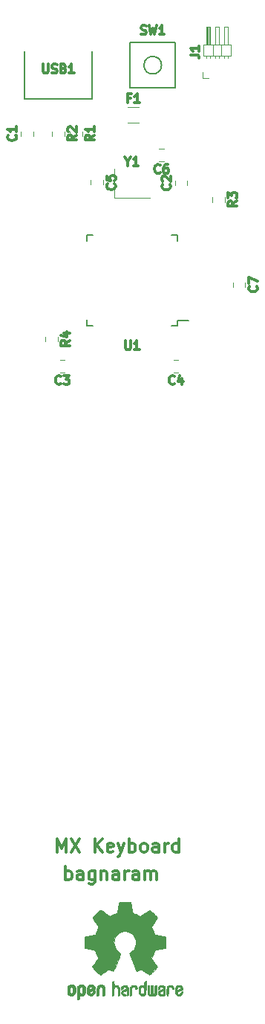
<source format=gbr>
G04 #@! TF.GenerationSoftware,KiCad,Pcbnew,(5.99.0-1615-g0042cd509)*
G04 #@! TF.CreationDate,2020-07-12T13:46:49-05:00*
G04 #@! TF.ProjectId,my-keyboard,6d792d6b-6579-4626-9f61-72642e6b6963,rev?*
G04 #@! TF.SameCoordinates,Original*
G04 #@! TF.FileFunction,Legend,Top*
G04 #@! TF.FilePolarity,Positive*
%FSLAX46Y46*%
G04 Gerber Fmt 4.6, Leading zero omitted, Abs format (unit mm)*
G04 Created by KiCad (PCBNEW (5.99.0-1615-g0042cd509)) date 2020-07-12 13:46:49*
%MOMM*%
%LPD*%
G01*
G04 APERTURE LIST*
%ADD10C,0.300000*%
%ADD11C,0.010000*%
%ADD12C,0.120000*%
%ADD13C,0.150000*%
G04 APERTURE END LIST*
D10*
X55777678Y-197528571D02*
X55777678Y-196028571D01*
X56277678Y-197100000D01*
X56777678Y-196028571D01*
X56777678Y-197528571D01*
X57349107Y-196028571D02*
X58349107Y-197528571D01*
X58349107Y-196028571D02*
X57349107Y-197528571D01*
X60063392Y-197528571D02*
X60063392Y-196028571D01*
X60920535Y-197528571D02*
X60277678Y-196671428D01*
X60920535Y-196028571D02*
X60063392Y-196885714D01*
X62134821Y-197457142D02*
X61991964Y-197528571D01*
X61706250Y-197528571D01*
X61563392Y-197457142D01*
X61491964Y-197314285D01*
X61491964Y-196742857D01*
X61563392Y-196600000D01*
X61706250Y-196528571D01*
X61991964Y-196528571D01*
X62134821Y-196600000D01*
X62206250Y-196742857D01*
X62206250Y-196885714D01*
X61491964Y-197028571D01*
X62706250Y-196528571D02*
X63063392Y-197528571D01*
X63420535Y-196528571D02*
X63063392Y-197528571D01*
X62920535Y-197885714D01*
X62849107Y-197957142D01*
X62706250Y-198028571D01*
X63991964Y-197528571D02*
X63991964Y-196028571D01*
X63991964Y-196600000D02*
X64134821Y-196528571D01*
X64420535Y-196528571D01*
X64563392Y-196600000D01*
X64634821Y-196671428D01*
X64706250Y-196814285D01*
X64706250Y-197242857D01*
X64634821Y-197385714D01*
X64563392Y-197457142D01*
X64420535Y-197528571D01*
X64134821Y-197528571D01*
X63991964Y-197457142D01*
X65563392Y-197528571D02*
X65420535Y-197457142D01*
X65349107Y-197385714D01*
X65277678Y-197242857D01*
X65277678Y-196814285D01*
X65349107Y-196671428D01*
X65420535Y-196600000D01*
X65563392Y-196528571D01*
X65777678Y-196528571D01*
X65920535Y-196600000D01*
X65991964Y-196671428D01*
X66063392Y-196814285D01*
X66063392Y-197242857D01*
X65991964Y-197385714D01*
X65920535Y-197457142D01*
X65777678Y-197528571D01*
X65563392Y-197528571D01*
X67349107Y-197528571D02*
X67349107Y-196742857D01*
X67277678Y-196600000D01*
X67134821Y-196528571D01*
X66849107Y-196528571D01*
X66706250Y-196600000D01*
X67349107Y-197457142D02*
X67206250Y-197528571D01*
X66849107Y-197528571D01*
X66706250Y-197457142D01*
X66634821Y-197314285D01*
X66634821Y-197171428D01*
X66706250Y-197028571D01*
X66849107Y-196957142D01*
X67206250Y-196957142D01*
X67349107Y-196885714D01*
X68063392Y-197528571D02*
X68063392Y-196528571D01*
X68063392Y-196814285D02*
X68134821Y-196671428D01*
X68206250Y-196600000D01*
X68349107Y-196528571D01*
X68491964Y-196528571D01*
X69634821Y-197528571D02*
X69634821Y-196028571D01*
X69634821Y-197457142D02*
X69491964Y-197528571D01*
X69206250Y-197528571D01*
X69063392Y-197457142D01*
X68991964Y-197385714D01*
X68920535Y-197242857D01*
X68920535Y-196814285D01*
X68991964Y-196671428D01*
X69063392Y-196600000D01*
X69206250Y-196528571D01*
X69491964Y-196528571D01*
X69634821Y-196600000D01*
X56733928Y-200703571D02*
X56733928Y-199203571D01*
X56733928Y-199775000D02*
X56876785Y-199703571D01*
X57162500Y-199703571D01*
X57305357Y-199775000D01*
X57376785Y-199846428D01*
X57448214Y-199989285D01*
X57448214Y-200417857D01*
X57376785Y-200560714D01*
X57305357Y-200632142D01*
X57162500Y-200703571D01*
X56876785Y-200703571D01*
X56733928Y-200632142D01*
X58733928Y-200703571D02*
X58733928Y-199917857D01*
X58662500Y-199775000D01*
X58519642Y-199703571D01*
X58233928Y-199703571D01*
X58091071Y-199775000D01*
X58733928Y-200632142D02*
X58591071Y-200703571D01*
X58233928Y-200703571D01*
X58091071Y-200632142D01*
X58019642Y-200489285D01*
X58019642Y-200346428D01*
X58091071Y-200203571D01*
X58233928Y-200132142D01*
X58591071Y-200132142D01*
X58733928Y-200060714D01*
X60091071Y-199703571D02*
X60091071Y-200917857D01*
X60019642Y-201060714D01*
X59948214Y-201132142D01*
X59805357Y-201203571D01*
X59591071Y-201203571D01*
X59448214Y-201132142D01*
X60091071Y-200632142D02*
X59948214Y-200703571D01*
X59662500Y-200703571D01*
X59519642Y-200632142D01*
X59448214Y-200560714D01*
X59376785Y-200417857D01*
X59376785Y-199989285D01*
X59448214Y-199846428D01*
X59519642Y-199775000D01*
X59662500Y-199703571D01*
X59948214Y-199703571D01*
X60091071Y-199775000D01*
X60805357Y-199703571D02*
X60805357Y-200703571D01*
X60805357Y-199846428D02*
X60876785Y-199775000D01*
X61019642Y-199703571D01*
X61233928Y-199703571D01*
X61376785Y-199775000D01*
X61448214Y-199917857D01*
X61448214Y-200703571D01*
X62805357Y-200703571D02*
X62805357Y-199917857D01*
X62733928Y-199775000D01*
X62591071Y-199703571D01*
X62305357Y-199703571D01*
X62162500Y-199775000D01*
X62805357Y-200632142D02*
X62662500Y-200703571D01*
X62305357Y-200703571D01*
X62162500Y-200632142D01*
X62091071Y-200489285D01*
X62091071Y-200346428D01*
X62162500Y-200203571D01*
X62305357Y-200132142D01*
X62662500Y-200132142D01*
X62805357Y-200060714D01*
X63519642Y-200703571D02*
X63519642Y-199703571D01*
X63519642Y-199989285D02*
X63591071Y-199846428D01*
X63662500Y-199775000D01*
X63805357Y-199703571D01*
X63948214Y-199703571D01*
X65091071Y-200703571D02*
X65091071Y-199917857D01*
X65019642Y-199775000D01*
X64876785Y-199703571D01*
X64591071Y-199703571D01*
X64448214Y-199775000D01*
X65091071Y-200632142D02*
X64948214Y-200703571D01*
X64591071Y-200703571D01*
X64448214Y-200632142D01*
X64376785Y-200489285D01*
X64376785Y-200346428D01*
X64448214Y-200203571D01*
X64591071Y-200132142D01*
X64948214Y-200132142D01*
X65091071Y-200060714D01*
X65805357Y-200703571D02*
X65805357Y-199703571D01*
X65805357Y-199846428D02*
X65876785Y-199775000D01*
X66019642Y-199703571D01*
X66233928Y-199703571D01*
X66376785Y-199775000D01*
X66448214Y-199917857D01*
X66448214Y-200703571D01*
X66448214Y-199917857D02*
X66519642Y-199775000D01*
X66662500Y-199703571D01*
X66876785Y-199703571D01*
X67019642Y-199775000D01*
X67091071Y-199917857D01*
X67091071Y-200703571D01*
X60014380Y-115912166D02*
X59538190Y-116245500D01*
X60014380Y-116483595D02*
X59014380Y-116483595D01*
X59014380Y-116102642D01*
X59062000Y-116007404D01*
X59109619Y-115959785D01*
X59204857Y-115912166D01*
X59347714Y-115912166D01*
X59442952Y-115959785D01*
X59490571Y-116007404D01*
X59538190Y-116102642D01*
X59538190Y-116483595D01*
X60014380Y-114959785D02*
X60014380Y-115531214D01*
X60014380Y-115245500D02*
X59014380Y-115245500D01*
X59157238Y-115340738D01*
X59252476Y-115435976D01*
X59300095Y-115531214D01*
X57982380Y-115910416D02*
X57506190Y-116243750D01*
X57982380Y-116481845D02*
X56982380Y-116481845D01*
X56982380Y-116100892D01*
X57030000Y-116005654D01*
X57077619Y-115958035D01*
X57172857Y-115910416D01*
X57315714Y-115910416D01*
X57410952Y-115958035D01*
X57458571Y-116005654D01*
X57506190Y-116100892D01*
X57506190Y-116481845D01*
X57077619Y-115529464D02*
X57030000Y-115481845D01*
X56982380Y-115386607D01*
X56982380Y-115148511D01*
X57030000Y-115053273D01*
X57077619Y-115005654D01*
X57172857Y-114958035D01*
X57268095Y-114958035D01*
X57410952Y-115005654D01*
X57982380Y-115577083D01*
X57982380Y-114958035D01*
X70977380Y-106777083D02*
X71691666Y-106777083D01*
X71834523Y-106824702D01*
X71929761Y-106919940D01*
X71977380Y-107062797D01*
X71977380Y-107158035D01*
X71977380Y-105777083D02*
X71977380Y-106348511D01*
X71977380Y-106062797D02*
X70977380Y-106062797D01*
X71120238Y-106158035D01*
X71215476Y-106253273D01*
X71263095Y-106348511D01*
X63849309Y-118891440D02*
X63849309Y-119367630D01*
X63515976Y-118367630D02*
X63849309Y-118891440D01*
X64182642Y-118367630D01*
X65039785Y-119367630D02*
X64468357Y-119367630D01*
X64754071Y-119367630D02*
X64754071Y-118367630D01*
X64658833Y-118510488D01*
X64563595Y-118605726D01*
X64468357Y-118653345D01*
X54173654Y-107846880D02*
X54173654Y-108656404D01*
X54221273Y-108751642D01*
X54268892Y-108799261D01*
X54364130Y-108846880D01*
X54554607Y-108846880D01*
X54649845Y-108799261D01*
X54697464Y-108751642D01*
X54745083Y-108656404D01*
X54745083Y-107846880D01*
X55173654Y-108799261D02*
X55316511Y-108846880D01*
X55554607Y-108846880D01*
X55649845Y-108799261D01*
X55697464Y-108751642D01*
X55745083Y-108656404D01*
X55745083Y-108561166D01*
X55697464Y-108465928D01*
X55649845Y-108418309D01*
X55554607Y-108370690D01*
X55364130Y-108323071D01*
X55268892Y-108275452D01*
X55221273Y-108227833D01*
X55173654Y-108132595D01*
X55173654Y-108037357D01*
X55221273Y-107942119D01*
X55268892Y-107894500D01*
X55364130Y-107846880D01*
X55602226Y-107846880D01*
X55745083Y-107894500D01*
X56506988Y-108323071D02*
X56649845Y-108370690D01*
X56697464Y-108418309D01*
X56745083Y-108513547D01*
X56745083Y-108656404D01*
X56697464Y-108751642D01*
X56649845Y-108799261D01*
X56554607Y-108846880D01*
X56173654Y-108846880D01*
X56173654Y-107846880D01*
X56506988Y-107846880D01*
X56602226Y-107894500D01*
X56649845Y-107942119D01*
X56697464Y-108037357D01*
X56697464Y-108132595D01*
X56649845Y-108227833D01*
X56602226Y-108275452D01*
X56506988Y-108323071D01*
X56173654Y-108323071D01*
X57697464Y-108846880D02*
X57126035Y-108846880D01*
X57411750Y-108846880D02*
X57411750Y-107846880D01*
X57316511Y-107989738D01*
X57221273Y-108084976D01*
X57126035Y-108132595D01*
X63563595Y-139331630D02*
X63563595Y-140141154D01*
X63611214Y-140236392D01*
X63658833Y-140284011D01*
X63754071Y-140331630D01*
X63944547Y-140331630D01*
X64039785Y-140284011D01*
X64087404Y-140236392D01*
X64135023Y-140141154D01*
X64135023Y-139331630D01*
X65135023Y-140331630D02*
X64563595Y-140331630D01*
X64849309Y-140331630D02*
X64849309Y-139331630D01*
X64754071Y-139474488D01*
X64658833Y-139569726D01*
X64563595Y-139617345D01*
X65341666Y-104386011D02*
X65484523Y-104433630D01*
X65722619Y-104433630D01*
X65817857Y-104386011D01*
X65865476Y-104338392D01*
X65913095Y-104243154D01*
X65913095Y-104147916D01*
X65865476Y-104052678D01*
X65817857Y-104005059D01*
X65722619Y-103957440D01*
X65532142Y-103909821D01*
X65436904Y-103862202D01*
X65389285Y-103814583D01*
X65341666Y-103719345D01*
X65341666Y-103624107D01*
X65389285Y-103528869D01*
X65436904Y-103481250D01*
X65532142Y-103433630D01*
X65770238Y-103433630D01*
X65913095Y-103481250D01*
X66246428Y-103433630D02*
X66484523Y-104433630D01*
X66675000Y-103719345D01*
X66865476Y-104433630D01*
X67103571Y-103433630D01*
X68008333Y-104433630D02*
X67436904Y-104433630D01*
X67722619Y-104433630D02*
X67722619Y-103433630D01*
X67627380Y-103576488D01*
X67532142Y-103671726D01*
X67436904Y-103719345D01*
X57220380Y-139296916D02*
X56744190Y-139630250D01*
X57220380Y-139868345D02*
X56220380Y-139868345D01*
X56220380Y-139487392D01*
X56268000Y-139392154D01*
X56315619Y-139344535D01*
X56410857Y-139296916D01*
X56553714Y-139296916D01*
X56648952Y-139344535D01*
X56696571Y-139392154D01*
X56744190Y-139487392D01*
X56744190Y-139868345D01*
X56553714Y-138439773D02*
X57220380Y-138439773D01*
X56172761Y-138677869D02*
X56887047Y-138915964D01*
X56887047Y-138296916D01*
X76270380Y-123421916D02*
X75794190Y-123755250D01*
X76270380Y-123993345D02*
X75270380Y-123993345D01*
X75270380Y-123612392D01*
X75318000Y-123517154D01*
X75365619Y-123469535D01*
X75460857Y-123421916D01*
X75603714Y-123421916D01*
X75698952Y-123469535D01*
X75746571Y-123517154D01*
X75794190Y-123612392D01*
X75794190Y-123993345D01*
X75270380Y-123088583D02*
X75270380Y-122469535D01*
X75651333Y-122802869D01*
X75651333Y-122660011D01*
X75698952Y-122564773D01*
X75746571Y-122517154D01*
X75841809Y-122469535D01*
X76079904Y-122469535D01*
X76175142Y-122517154D01*
X76222761Y-122564773D01*
X76270380Y-122660011D01*
X76270380Y-122945726D01*
X76222761Y-123040964D01*
X76175142Y-123088583D01*
X64122166Y-111695071D02*
X63788833Y-111695071D01*
X63788833Y-112218880D02*
X63788833Y-111218880D01*
X64265023Y-111218880D01*
X65169785Y-112218880D02*
X64598357Y-112218880D01*
X64884071Y-112218880D02*
X64884071Y-111218880D01*
X64788833Y-111361738D01*
X64693595Y-111456976D01*
X64598357Y-111504595D01*
X78524642Y-133137416D02*
X78572261Y-133185035D01*
X78619880Y-133327892D01*
X78619880Y-133423130D01*
X78572261Y-133565988D01*
X78477023Y-133661226D01*
X78381785Y-133708845D01*
X78191309Y-133756464D01*
X78048452Y-133756464D01*
X77857976Y-133708845D01*
X77762738Y-133661226D01*
X77667500Y-133565988D01*
X77619880Y-133423130D01*
X77619880Y-133327892D01*
X77667500Y-133185035D01*
X77715119Y-133137416D01*
X77619880Y-132804083D02*
X77619880Y-132137416D01*
X78619880Y-132565988D01*
X67507583Y-120164892D02*
X67459964Y-120212511D01*
X67317107Y-120260130D01*
X67221869Y-120260130D01*
X67079011Y-120212511D01*
X66983773Y-120117273D01*
X66936154Y-120022035D01*
X66888535Y-119831559D01*
X66888535Y-119688702D01*
X66936154Y-119498226D01*
X66983773Y-119402988D01*
X67079011Y-119307750D01*
X67221869Y-119260130D01*
X67317107Y-119260130D01*
X67459964Y-119307750D01*
X67507583Y-119355369D01*
X68364726Y-119260130D02*
X68174250Y-119260130D01*
X68079011Y-119307750D01*
X68031392Y-119355369D01*
X67936154Y-119498226D01*
X67888535Y-119688702D01*
X67888535Y-120069654D01*
X67936154Y-120164892D01*
X67983773Y-120212511D01*
X68079011Y-120260130D01*
X68269488Y-120260130D01*
X68364726Y-120212511D01*
X68412345Y-120164892D01*
X68459964Y-120069654D01*
X68459964Y-119831559D01*
X68412345Y-119736321D01*
X68364726Y-119688702D01*
X68269488Y-119641083D01*
X68079011Y-119641083D01*
X67983773Y-119688702D01*
X67936154Y-119736321D01*
X67888535Y-119831559D01*
X62332142Y-121466666D02*
X62379761Y-121514285D01*
X62427380Y-121657142D01*
X62427380Y-121752380D01*
X62379761Y-121895238D01*
X62284523Y-121990476D01*
X62189285Y-122038095D01*
X61998809Y-122085714D01*
X61855952Y-122085714D01*
X61665476Y-122038095D01*
X61570238Y-121990476D01*
X61475000Y-121895238D01*
X61427380Y-121752380D01*
X61427380Y-121657142D01*
X61475000Y-121514285D01*
X61522619Y-121466666D01*
X61427380Y-120561904D02*
X61427380Y-121038095D01*
X61903571Y-121085714D01*
X61855952Y-121038095D01*
X61808333Y-120942857D01*
X61808333Y-120704761D01*
X61855952Y-120609523D01*
X61903571Y-120561904D01*
X61998809Y-120514285D01*
X62236904Y-120514285D01*
X62332142Y-120561904D01*
X62379761Y-120609523D01*
X62427380Y-120704761D01*
X62427380Y-120942857D01*
X62379761Y-121038095D01*
X62332142Y-121085714D01*
X69160333Y-144200392D02*
X69112714Y-144248011D01*
X68969857Y-144295630D01*
X68874619Y-144295630D01*
X68731761Y-144248011D01*
X68636523Y-144152773D01*
X68588904Y-144057535D01*
X68541285Y-143867059D01*
X68541285Y-143724202D01*
X68588904Y-143533726D01*
X68636523Y-143438488D01*
X68731761Y-143343250D01*
X68874619Y-143295630D01*
X68969857Y-143295630D01*
X69112714Y-143343250D01*
X69160333Y-143390869D01*
X70017476Y-143628964D02*
X70017476Y-144295630D01*
X69779380Y-143248011D02*
X69541285Y-143962297D01*
X70160333Y-143962297D01*
X56189583Y-144200392D02*
X56141964Y-144248011D01*
X55999107Y-144295630D01*
X55903869Y-144295630D01*
X55761011Y-144248011D01*
X55665773Y-144152773D01*
X55618154Y-144057535D01*
X55570535Y-143867059D01*
X55570535Y-143724202D01*
X55618154Y-143533726D01*
X55665773Y-143438488D01*
X55761011Y-143343250D01*
X55903869Y-143295630D01*
X55999107Y-143295630D01*
X56141964Y-143343250D01*
X56189583Y-143390869D01*
X56522916Y-143295630D02*
X57141964Y-143295630D01*
X56808630Y-143676583D01*
X56951488Y-143676583D01*
X57046726Y-143724202D01*
X57094345Y-143771821D01*
X57141964Y-143867059D01*
X57141964Y-144105154D01*
X57094345Y-144200392D01*
X57046726Y-144248011D01*
X56951488Y-144295630D01*
X56665773Y-144295630D01*
X56570535Y-144248011D01*
X56522916Y-144200392D01*
X68620642Y-121531916D02*
X68668261Y-121579535D01*
X68715880Y-121722392D01*
X68715880Y-121817630D01*
X68668261Y-121960488D01*
X68573023Y-122055726D01*
X68477785Y-122103345D01*
X68287309Y-122150964D01*
X68144452Y-122150964D01*
X67953976Y-122103345D01*
X67858738Y-122055726D01*
X67763500Y-121960488D01*
X67715880Y-121817630D01*
X67715880Y-121722392D01*
X67763500Y-121579535D01*
X67811119Y-121531916D01*
X67811119Y-121150964D02*
X67763500Y-121103345D01*
X67715880Y-121008107D01*
X67715880Y-120770011D01*
X67763500Y-120674773D01*
X67811119Y-120627154D01*
X67906357Y-120579535D01*
X68001595Y-120579535D01*
X68144452Y-120627154D01*
X68715880Y-121198583D01*
X68715880Y-120579535D01*
X51031142Y-115912166D02*
X51078761Y-115959785D01*
X51126380Y-116102642D01*
X51126380Y-116197880D01*
X51078761Y-116340738D01*
X50983523Y-116435976D01*
X50888285Y-116483595D01*
X50697809Y-116531214D01*
X50554952Y-116531214D01*
X50364476Y-116483595D01*
X50269238Y-116435976D01*
X50174000Y-116340738D01*
X50126380Y-116197880D01*
X50126380Y-116102642D01*
X50174000Y-115959785D01*
X50221619Y-115912166D01*
X51126380Y-114959785D02*
X51126380Y-115531214D01*
X51126380Y-115245500D02*
X50126380Y-115245500D01*
X50269238Y-115340738D01*
X50364476Y-115435976D01*
X50412095Y-115531214D01*
G36*
X63709014Y-203209248D02*
G01*
X63867006Y-203210113D01*
X63981347Y-203212455D01*
X64059407Y-203217012D01*
X64108554Y-203224520D01*
X64136159Y-203235716D01*
X64149592Y-203251338D01*
X64156221Y-203272123D01*
X64156865Y-203274813D01*
X64166935Y-203323363D01*
X64185575Y-203419155D01*
X64210845Y-203551993D01*
X64240807Y-203711681D01*
X64273522Y-203888024D01*
X64274664Y-203894217D01*
X64307433Y-204067032D01*
X64338093Y-204219719D01*
X64364664Y-204343121D01*
X64385167Y-204428081D01*
X64397626Y-204465440D01*
X64398220Y-204466102D01*
X64434919Y-204484345D01*
X64510586Y-204514747D01*
X64608878Y-204550743D01*
X64609425Y-204550935D01*
X64733233Y-204597472D01*
X64879196Y-204656754D01*
X65016781Y-204716359D01*
X65023293Y-204719306D01*
X65247390Y-204821015D01*
X65743619Y-204482147D01*
X65895846Y-204378842D01*
X66033741Y-204286487D01*
X66149315Y-204210334D01*
X66234579Y-204155635D01*
X66281544Y-204127643D01*
X66286004Y-204125567D01*
X66320134Y-204134810D01*
X66383881Y-204179406D01*
X66479731Y-204261459D01*
X66610169Y-204383071D01*
X66743328Y-204512455D01*
X66871694Y-204639952D01*
X66986581Y-204756296D01*
X67081073Y-204854302D01*
X67148253Y-204926786D01*
X67181206Y-204966563D01*
X67182432Y-204968611D01*
X67186074Y-204995906D01*
X67172350Y-205040484D01*
X67137869Y-205108362D01*
X67079239Y-205205561D01*
X66993070Y-205338101D01*
X66878200Y-205508726D01*
X66776254Y-205658905D01*
X66685123Y-205793600D01*
X66610073Y-205904990D01*
X66556369Y-205985255D01*
X66529280Y-206026575D01*
X66527574Y-206029380D01*
X66530882Y-206068971D01*
X66555953Y-206145919D01*
X66597798Y-206245682D01*
X66612712Y-206277541D01*
X66677786Y-206419476D01*
X66747212Y-206580523D01*
X66803609Y-206719871D01*
X66844247Y-206823294D01*
X66876526Y-206901892D01*
X66895178Y-206942970D01*
X66897497Y-206946135D01*
X66931803Y-206951378D01*
X67012669Y-206965744D01*
X67129343Y-206987187D01*
X67271075Y-207013663D01*
X67427110Y-207043127D01*
X67586698Y-207073533D01*
X67739085Y-207102838D01*
X67873521Y-207128995D01*
X67979252Y-207149960D01*
X68045526Y-207163689D01*
X68061782Y-207167570D01*
X68078573Y-207177150D01*
X68091249Y-207198786D01*
X68100378Y-207239781D01*
X68106531Y-207307439D01*
X68110280Y-207409062D01*
X68112192Y-207551953D01*
X68112840Y-207743415D01*
X68112874Y-207821895D01*
X68112874Y-208460156D01*
X67959598Y-208490410D01*
X67874322Y-208506814D01*
X67747070Y-208530759D01*
X67593315Y-208559357D01*
X67428534Y-208589717D01*
X67382989Y-208598056D01*
X67230932Y-208627620D01*
X67098468Y-208656692D01*
X66996714Y-208682579D01*
X66936788Y-208702587D01*
X66926805Y-208708551D01*
X66902293Y-208750784D01*
X66867148Y-208832620D01*
X66828173Y-208937933D01*
X66820442Y-208960618D01*
X66769360Y-209101268D01*
X66705954Y-209259964D01*
X66643904Y-209402475D01*
X66643598Y-209403136D01*
X66540267Y-209626690D01*
X67219961Y-210626482D01*
X66783621Y-211063550D01*
X66651649Y-211193631D01*
X66531279Y-211308298D01*
X66429273Y-211401431D01*
X66352391Y-211466908D01*
X66307393Y-211498607D01*
X66300938Y-211500618D01*
X66263040Y-211484779D01*
X66185708Y-211440746D01*
X66077389Y-211373740D01*
X65946532Y-211288984D01*
X65805052Y-211194066D01*
X65661461Y-211097248D01*
X65533435Y-211013001D01*
X65429105Y-210946508D01*
X65356600Y-210902952D01*
X65324158Y-210887514D01*
X65284576Y-210900578D01*
X65209519Y-210935000D01*
X65114468Y-210983630D01*
X65104392Y-210989035D01*
X64976391Y-211053230D01*
X64888618Y-211084713D01*
X64834028Y-211085048D01*
X64805575Y-211055798D01*
X64805410Y-211055388D01*
X64791188Y-211020748D01*
X64757269Y-210938519D01*
X64706284Y-210815064D01*
X64640862Y-210656748D01*
X64563634Y-210469936D01*
X64477229Y-210260992D01*
X64393551Y-210058696D01*
X64301588Y-209835450D01*
X64217150Y-209628642D01*
X64142769Y-209444612D01*
X64080974Y-209289701D01*
X64034297Y-209170246D01*
X64005268Y-209092589D01*
X63996322Y-209063606D01*
X64018756Y-209030360D01*
X64077439Y-208977373D01*
X64155689Y-208918954D01*
X64378534Y-208734202D01*
X64552718Y-208522432D01*
X64676154Y-208288106D01*
X64746754Y-208035684D01*
X64762431Y-207769627D01*
X64751036Y-207646825D01*
X64688950Y-207392043D01*
X64582023Y-207167051D01*
X64436889Y-206974067D01*
X64260178Y-206815311D01*
X64058522Y-206693000D01*
X63838554Y-206609355D01*
X63606906Y-206566594D01*
X63370209Y-206566937D01*
X63135095Y-206612602D01*
X62908196Y-206705809D01*
X62696144Y-206848777D01*
X62607636Y-206929633D01*
X62437889Y-207137257D01*
X62319699Y-207364145D01*
X62252278Y-207603683D01*
X62234840Y-207849257D01*
X62266598Y-208094253D01*
X62346765Y-208332058D01*
X62474555Y-208556057D01*
X62649180Y-208759637D01*
X62844312Y-208918954D01*
X62925591Y-208979852D01*
X62983009Y-209032265D01*
X63003678Y-209063656D01*
X62992856Y-209097889D01*
X62962077Y-209179669D01*
X62913874Y-209302657D01*
X62850778Y-209460513D01*
X62775322Y-209646899D01*
X62690038Y-209855476D01*
X62606219Y-210058746D01*
X62513745Y-210282183D01*
X62428089Y-210489234D01*
X62351882Y-210673536D01*
X62287753Y-210828725D01*
X62238332Y-210948438D01*
X62206248Y-211026311D01*
X62194359Y-211055388D01*
X62166274Y-211084927D01*
X62111949Y-211084841D01*
X62024395Y-211053576D01*
X61896619Y-210989579D01*
X61895608Y-210989035D01*
X61799402Y-210939371D01*
X61721631Y-210903195D01*
X61677777Y-210887658D01*
X61675842Y-210887514D01*
X61642829Y-210903274D01*
X61569946Y-210947100D01*
X61465322Y-211013807D01*
X61337090Y-211098214D01*
X61194948Y-211194066D01*
X61050233Y-211291117D01*
X60919804Y-211375520D01*
X60812110Y-211442051D01*
X60735598Y-211485488D01*
X60699062Y-211500618D01*
X60665418Y-211480732D01*
X60597776Y-211425153D01*
X60502893Y-211340004D01*
X60387530Y-211231403D01*
X60258445Y-211105471D01*
X60216229Y-211063399D01*
X59779739Y-210626181D01*
X60111977Y-210138590D01*
X60212946Y-209988855D01*
X60301562Y-209854470D01*
X60372854Y-209743219D01*
X60421850Y-209662889D01*
X60443578Y-209621264D01*
X60444215Y-209618303D01*
X60432760Y-209579068D01*
X60401949Y-209500145D01*
X60357116Y-209394759D01*
X60325647Y-209324204D01*
X60266808Y-209189126D01*
X60211396Y-209052659D01*
X60168436Y-208937353D01*
X60156766Y-208902227D01*
X60123611Y-208808424D01*
X60091201Y-208735944D01*
X60073399Y-208708551D01*
X60034114Y-208691786D01*
X59948374Y-208668020D01*
X59827303Y-208639947D01*
X59682027Y-208610259D01*
X59617012Y-208598056D01*
X59451913Y-208567718D01*
X59293552Y-208538343D01*
X59157404Y-208512819D01*
X59058943Y-208494035D01*
X59040402Y-208490410D01*
X58887127Y-208460156D01*
X58887127Y-207821895D01*
X58887471Y-207612020D01*
X58888884Y-207453230D01*
X58891936Y-207338223D01*
X58897197Y-207259696D01*
X58905237Y-207210346D01*
X58916627Y-207182869D01*
X58931937Y-207169963D01*
X58938218Y-207167570D01*
X58976104Y-207159083D01*
X59059805Y-207142150D01*
X59178567Y-207118816D01*
X59321639Y-207091125D01*
X59478268Y-207061123D01*
X59637703Y-207030854D01*
X59789191Y-207002365D01*
X59921981Y-206977699D01*
X60025319Y-206958901D01*
X60088455Y-206948017D01*
X60102503Y-206946135D01*
X60115230Y-206920954D01*
X60143400Y-206853872D01*
X60181748Y-206757583D01*
X60196391Y-206719871D01*
X60255452Y-206574171D01*
X60325000Y-206413201D01*
X60387288Y-206277541D01*
X60433121Y-206173811D01*
X60463613Y-206088576D01*
X60473792Y-206036376D01*
X60472169Y-206029380D01*
X60450657Y-205996352D01*
X60401535Y-205922893D01*
X60330077Y-205816827D01*
X60241555Y-205685976D01*
X60141241Y-205538162D01*
X60121406Y-205508984D01*
X60005012Y-205336113D01*
X59919452Y-205204476D01*
X59861316Y-205108011D01*
X59827192Y-205040658D01*
X59813669Y-204996356D01*
X59817336Y-204969044D01*
X59817430Y-204968870D01*
X59846293Y-204932996D01*
X59910133Y-204863641D01*
X60002031Y-204767995D01*
X60115067Y-204653249D01*
X60242321Y-204526591D01*
X60256672Y-204512455D01*
X60417043Y-204357153D01*
X60540805Y-204243120D01*
X60630445Y-204168252D01*
X60688448Y-204130446D01*
X60713996Y-204125567D01*
X60751282Y-204146853D01*
X60828657Y-204196023D01*
X60938133Y-204267825D01*
X61071720Y-204357005D01*
X61221430Y-204458313D01*
X61256382Y-204482147D01*
X61752610Y-204821015D01*
X61976707Y-204719306D01*
X62112989Y-204660033D01*
X62259276Y-204600420D01*
X62385035Y-204552890D01*
X62390575Y-204550935D01*
X62488943Y-204514927D01*
X62564771Y-204484479D01*
X62601718Y-204466155D01*
X62601780Y-204466102D01*
X62613504Y-204432979D01*
X62633432Y-204351517D01*
X62659587Y-204230875D01*
X62689990Y-204080209D01*
X62722663Y-203908678D01*
X62725336Y-203894217D01*
X62758110Y-203717485D01*
X62788198Y-203557060D01*
X62813661Y-203423138D01*
X62832559Y-203325913D01*
X62842953Y-203275582D01*
X62843135Y-203274813D01*
X62849461Y-203253403D01*
X62861761Y-203237238D01*
X62887406Y-203225581D01*
X62933765Y-203217695D01*
X63008208Y-203212843D01*
X63118105Y-203210289D01*
X63270825Y-203209295D01*
X63473738Y-203209124D01*
X63500000Y-203209124D01*
X63709014Y-203209248D01*
G37*
D11*
X63709014Y-203209248D02*
X63867006Y-203210113D01*
X63981347Y-203212455D01*
X64059407Y-203217012D01*
X64108554Y-203224520D01*
X64136159Y-203235716D01*
X64149592Y-203251338D01*
X64156221Y-203272123D01*
X64156865Y-203274813D01*
X64166935Y-203323363D01*
X64185575Y-203419155D01*
X64210845Y-203551993D01*
X64240807Y-203711681D01*
X64273522Y-203888024D01*
X64274664Y-203894217D01*
X64307433Y-204067032D01*
X64338093Y-204219719D01*
X64364664Y-204343121D01*
X64385167Y-204428081D01*
X64397626Y-204465440D01*
X64398220Y-204466102D01*
X64434919Y-204484345D01*
X64510586Y-204514747D01*
X64608878Y-204550743D01*
X64609425Y-204550935D01*
X64733233Y-204597472D01*
X64879196Y-204656754D01*
X65016781Y-204716359D01*
X65023293Y-204719306D01*
X65247390Y-204821015D01*
X65743619Y-204482147D01*
X65895846Y-204378842D01*
X66033741Y-204286487D01*
X66149315Y-204210334D01*
X66234579Y-204155635D01*
X66281544Y-204127643D01*
X66286004Y-204125567D01*
X66320134Y-204134810D01*
X66383881Y-204179406D01*
X66479731Y-204261459D01*
X66610169Y-204383071D01*
X66743328Y-204512455D01*
X66871694Y-204639952D01*
X66986581Y-204756296D01*
X67081073Y-204854302D01*
X67148253Y-204926786D01*
X67181206Y-204966563D01*
X67182432Y-204968611D01*
X67186074Y-204995906D01*
X67172350Y-205040484D01*
X67137869Y-205108362D01*
X67079239Y-205205561D01*
X66993070Y-205338101D01*
X66878200Y-205508726D01*
X66776254Y-205658905D01*
X66685123Y-205793600D01*
X66610073Y-205904990D01*
X66556369Y-205985255D01*
X66529280Y-206026575D01*
X66527574Y-206029380D01*
X66530882Y-206068971D01*
X66555953Y-206145919D01*
X66597798Y-206245682D01*
X66612712Y-206277541D01*
X66677786Y-206419476D01*
X66747212Y-206580523D01*
X66803609Y-206719871D01*
X66844247Y-206823294D01*
X66876526Y-206901892D01*
X66895178Y-206942970D01*
X66897497Y-206946135D01*
X66931803Y-206951378D01*
X67012669Y-206965744D01*
X67129343Y-206987187D01*
X67271075Y-207013663D01*
X67427110Y-207043127D01*
X67586698Y-207073533D01*
X67739085Y-207102838D01*
X67873521Y-207128995D01*
X67979252Y-207149960D01*
X68045526Y-207163689D01*
X68061782Y-207167570D01*
X68078573Y-207177150D01*
X68091249Y-207198786D01*
X68100378Y-207239781D01*
X68106531Y-207307439D01*
X68110280Y-207409062D01*
X68112192Y-207551953D01*
X68112840Y-207743415D01*
X68112874Y-207821895D01*
X68112874Y-208460156D01*
X67959598Y-208490410D01*
X67874322Y-208506814D01*
X67747070Y-208530759D01*
X67593315Y-208559357D01*
X67428534Y-208589717D01*
X67382989Y-208598056D01*
X67230932Y-208627620D01*
X67098468Y-208656692D01*
X66996714Y-208682579D01*
X66936788Y-208702587D01*
X66926805Y-208708551D01*
X66902293Y-208750784D01*
X66867148Y-208832620D01*
X66828173Y-208937933D01*
X66820442Y-208960618D01*
X66769360Y-209101268D01*
X66705954Y-209259964D01*
X66643904Y-209402475D01*
X66643598Y-209403136D01*
X66540267Y-209626690D01*
X67219961Y-210626482D01*
X66783621Y-211063550D01*
X66651649Y-211193631D01*
X66531279Y-211308298D01*
X66429273Y-211401431D01*
X66352391Y-211466908D01*
X66307393Y-211498607D01*
X66300938Y-211500618D01*
X66263040Y-211484779D01*
X66185708Y-211440746D01*
X66077389Y-211373740D01*
X65946532Y-211288984D01*
X65805052Y-211194066D01*
X65661461Y-211097248D01*
X65533435Y-211013001D01*
X65429105Y-210946508D01*
X65356600Y-210902952D01*
X65324158Y-210887514D01*
X65284576Y-210900578D01*
X65209519Y-210935000D01*
X65114468Y-210983630D01*
X65104392Y-210989035D01*
X64976391Y-211053230D01*
X64888618Y-211084713D01*
X64834028Y-211085048D01*
X64805575Y-211055798D01*
X64805410Y-211055388D01*
X64791188Y-211020748D01*
X64757269Y-210938519D01*
X64706284Y-210815064D01*
X64640862Y-210656748D01*
X64563634Y-210469936D01*
X64477229Y-210260992D01*
X64393551Y-210058696D01*
X64301588Y-209835450D01*
X64217150Y-209628642D01*
X64142769Y-209444612D01*
X64080974Y-209289701D01*
X64034297Y-209170246D01*
X64005268Y-209092589D01*
X63996322Y-209063606D01*
X64018756Y-209030360D01*
X64077439Y-208977373D01*
X64155689Y-208918954D01*
X64378534Y-208734202D01*
X64552718Y-208522432D01*
X64676154Y-208288106D01*
X64746754Y-208035684D01*
X64762431Y-207769627D01*
X64751036Y-207646825D01*
X64688950Y-207392043D01*
X64582023Y-207167051D01*
X64436889Y-206974067D01*
X64260178Y-206815311D01*
X64058522Y-206693000D01*
X63838554Y-206609355D01*
X63606906Y-206566594D01*
X63370209Y-206566937D01*
X63135095Y-206612602D01*
X62908196Y-206705809D01*
X62696144Y-206848777D01*
X62607636Y-206929633D01*
X62437889Y-207137257D01*
X62319699Y-207364145D01*
X62252278Y-207603683D01*
X62234840Y-207849257D01*
X62266598Y-208094253D01*
X62346765Y-208332058D01*
X62474555Y-208556057D01*
X62649180Y-208759637D01*
X62844312Y-208918954D01*
X62925591Y-208979852D01*
X62983009Y-209032265D01*
X63003678Y-209063656D01*
X62992856Y-209097889D01*
X62962077Y-209179669D01*
X62913874Y-209302657D01*
X62850778Y-209460513D01*
X62775322Y-209646899D01*
X62690038Y-209855476D01*
X62606219Y-210058746D01*
X62513745Y-210282183D01*
X62428089Y-210489234D01*
X62351882Y-210673536D01*
X62287753Y-210828725D01*
X62238332Y-210948438D01*
X62206248Y-211026311D01*
X62194359Y-211055388D01*
X62166274Y-211084927D01*
X62111949Y-211084841D01*
X62024395Y-211053576D01*
X61896619Y-210989579D01*
X61895608Y-210989035D01*
X61799402Y-210939371D01*
X61721631Y-210903195D01*
X61677777Y-210887658D01*
X61675842Y-210887514D01*
X61642829Y-210903274D01*
X61569946Y-210947100D01*
X61465322Y-211013807D01*
X61337090Y-211098214D01*
X61194948Y-211194066D01*
X61050233Y-211291117D01*
X60919804Y-211375520D01*
X60812110Y-211442051D01*
X60735598Y-211485488D01*
X60699062Y-211500618D01*
X60665418Y-211480732D01*
X60597776Y-211425153D01*
X60502893Y-211340004D01*
X60387530Y-211231403D01*
X60258445Y-211105471D01*
X60216229Y-211063399D01*
X59779739Y-210626181D01*
X60111977Y-210138590D01*
X60212946Y-209988855D01*
X60301562Y-209854470D01*
X60372854Y-209743219D01*
X60421850Y-209662889D01*
X60443578Y-209621264D01*
X60444215Y-209618303D01*
X60432760Y-209579068D01*
X60401949Y-209500145D01*
X60357116Y-209394759D01*
X60325647Y-209324204D01*
X60266808Y-209189126D01*
X60211396Y-209052659D01*
X60168436Y-208937353D01*
X60156766Y-208902227D01*
X60123611Y-208808424D01*
X60091201Y-208735944D01*
X60073399Y-208708551D01*
X60034114Y-208691786D01*
X59948374Y-208668020D01*
X59827303Y-208639947D01*
X59682027Y-208610259D01*
X59617012Y-208598056D01*
X59451913Y-208567718D01*
X59293552Y-208538343D01*
X59157404Y-208512819D01*
X59058943Y-208494035D01*
X59040402Y-208490410D01*
X58887127Y-208460156D01*
X58887127Y-207821895D01*
X58887471Y-207612020D01*
X58888884Y-207453230D01*
X58891936Y-207338223D01*
X58897197Y-207259696D01*
X58905237Y-207210346D01*
X58916627Y-207182869D01*
X58931937Y-207169963D01*
X58938218Y-207167570D01*
X58976104Y-207159083D01*
X59059805Y-207142150D01*
X59178567Y-207118816D01*
X59321639Y-207091125D01*
X59478268Y-207061123D01*
X59637703Y-207030854D01*
X59789191Y-207002365D01*
X59921981Y-206977699D01*
X60025319Y-206958901D01*
X60088455Y-206948017D01*
X60102503Y-206946135D01*
X60115230Y-206920954D01*
X60143400Y-206853872D01*
X60181748Y-206757583D01*
X60196391Y-206719871D01*
X60255452Y-206574171D01*
X60325000Y-206413201D01*
X60387288Y-206277541D01*
X60433121Y-206173811D01*
X60463613Y-206088576D01*
X60473792Y-206036376D01*
X60472169Y-206029380D01*
X60450657Y-205996352D01*
X60401535Y-205922893D01*
X60330077Y-205816827D01*
X60241555Y-205685976D01*
X60141241Y-205538162D01*
X60121406Y-205508984D01*
X60005012Y-205336113D01*
X59919452Y-205204476D01*
X59861316Y-205108011D01*
X59827192Y-205040658D01*
X59813669Y-204996356D01*
X59817336Y-204969044D01*
X59817430Y-204968870D01*
X59846293Y-204932996D01*
X59910133Y-204863641D01*
X60002031Y-204767995D01*
X60115067Y-204653249D01*
X60242321Y-204526591D01*
X60256672Y-204512455D01*
X60417043Y-204357153D01*
X60540805Y-204243120D01*
X60630445Y-204168252D01*
X60688448Y-204130446D01*
X60713996Y-204125567D01*
X60751282Y-204146853D01*
X60828657Y-204196023D01*
X60938133Y-204267825D01*
X61071720Y-204357005D01*
X61221430Y-204458313D01*
X61256382Y-204482147D01*
X61752610Y-204821015D01*
X61976707Y-204719306D01*
X62112989Y-204660033D01*
X62259276Y-204600420D01*
X62385035Y-204552890D01*
X62390575Y-204550935D01*
X62488943Y-204514927D01*
X62564771Y-204484479D01*
X62601718Y-204466155D01*
X62601780Y-204466102D01*
X62613504Y-204432979D01*
X62633432Y-204351517D01*
X62659587Y-204230875D01*
X62689990Y-204080209D01*
X62722663Y-203908678D01*
X62725336Y-203894217D01*
X62758110Y-203717485D01*
X62788198Y-203557060D01*
X62813661Y-203423138D01*
X62832559Y-203325913D01*
X62842953Y-203275582D01*
X62843135Y-203274813D01*
X62849461Y-203253403D01*
X62861761Y-203237238D01*
X62887406Y-203225581D01*
X62933765Y-203217695D01*
X63008208Y-203212843D01*
X63118105Y-203210289D01*
X63270825Y-203209295D01*
X63473738Y-203209124D01*
X63500000Y-203209124D01*
X63709014Y-203209248D01*
G36*
X69269359Y-212971103D02*
G01*
X69296894Y-212873166D01*
X69341572Y-212801061D01*
X69406901Y-212744063D01*
X69435383Y-212725643D01*
X69564763Y-212677672D01*
X69706412Y-212674653D01*
X69843439Y-212712790D01*
X69958950Y-212788284D01*
X70014664Y-212855867D01*
X70058804Y-212978505D01*
X70062309Y-213075548D01*
X70054368Y-213205306D01*
X69755115Y-213336289D01*
X69609611Y-213403208D01*
X69514537Y-213457040D01*
X69465101Y-213503666D01*
X69456511Y-213548970D01*
X69483972Y-213598832D01*
X69514253Y-213631882D01*
X69602363Y-213684883D01*
X69698196Y-213688597D01*
X69786212Y-213647291D01*
X69850869Y-213565233D01*
X69862433Y-213536258D01*
X69917825Y-213445759D01*
X69981553Y-213407190D01*
X70068966Y-213374196D01*
X70068966Y-213499284D01*
X70061238Y-213584406D01*
X70030966Y-213656188D01*
X69967518Y-213738606D01*
X69958088Y-213749316D01*
X69887513Y-213822641D01*
X69826847Y-213861992D01*
X69750950Y-213880095D01*
X69688030Y-213886024D01*
X69575487Y-213887501D01*
X69495370Y-213868785D01*
X69445390Y-213840997D01*
X69366838Y-213779891D01*
X69312463Y-213713804D01*
X69278052Y-213630691D01*
X69259388Y-213518504D01*
X69252256Y-213365196D01*
X69251687Y-213287386D01*
X69253622Y-213194103D01*
X69429899Y-213194103D01*
X69431944Y-213244146D01*
X69437039Y-213252342D01*
X69470666Y-213241208D01*
X69543030Y-213211743D01*
X69639747Y-213169851D01*
X69659973Y-213160847D01*
X69782203Y-213098692D01*
X69849547Y-213044065D01*
X69864348Y-212992899D01*
X69828947Y-212941126D01*
X69799711Y-212918250D01*
X69694216Y-212872500D01*
X69595476Y-212880058D01*
X69512812Y-212935901D01*
X69455548Y-213035003D01*
X69437188Y-213113664D01*
X69429899Y-213194103D01*
X69253622Y-213194103D01*
X69255459Y-213105601D01*
X69269359Y-212971103D01*
G37*
X69269359Y-212971103D02*
X69296894Y-212873166D01*
X69341572Y-212801061D01*
X69406901Y-212744063D01*
X69435383Y-212725643D01*
X69564763Y-212677672D01*
X69706412Y-212674653D01*
X69843439Y-212712790D01*
X69958950Y-212788284D01*
X70014664Y-212855867D01*
X70058804Y-212978505D01*
X70062309Y-213075548D01*
X70054368Y-213205306D01*
X69755115Y-213336289D01*
X69609611Y-213403208D01*
X69514537Y-213457040D01*
X69465101Y-213503666D01*
X69456511Y-213548970D01*
X69483972Y-213598832D01*
X69514253Y-213631882D01*
X69602363Y-213684883D01*
X69698196Y-213688597D01*
X69786212Y-213647291D01*
X69850869Y-213565233D01*
X69862433Y-213536258D01*
X69917825Y-213445759D01*
X69981553Y-213407190D01*
X70068966Y-213374196D01*
X70068966Y-213499284D01*
X70061238Y-213584406D01*
X70030966Y-213656188D01*
X69967518Y-213738606D01*
X69958088Y-213749316D01*
X69887513Y-213822641D01*
X69826847Y-213861992D01*
X69750950Y-213880095D01*
X69688030Y-213886024D01*
X69575487Y-213887501D01*
X69495370Y-213868785D01*
X69445390Y-213840997D01*
X69366838Y-213779891D01*
X69312463Y-213713804D01*
X69278052Y-213630691D01*
X69259388Y-213518504D01*
X69252256Y-213365196D01*
X69251687Y-213287386D01*
X69253622Y-213194103D01*
X69429899Y-213194103D01*
X69431944Y-213244146D01*
X69437039Y-213252342D01*
X69470666Y-213241208D01*
X69543030Y-213211743D01*
X69639747Y-213169851D01*
X69659973Y-213160847D01*
X69782203Y-213098692D01*
X69849547Y-213044065D01*
X69864348Y-212992899D01*
X69828947Y-212941126D01*
X69799711Y-212918250D01*
X69694216Y-212872500D01*
X69595476Y-212880058D01*
X69512812Y-212935901D01*
X69455548Y-213035003D01*
X69437188Y-213113664D01*
X69429899Y-213194103D01*
X69253622Y-213194103D01*
X69255459Y-213105601D01*
X69269359Y-212971103D01*
G36*
X68835690Y-212696268D02*
G01*
X68870585Y-212711519D01*
X68953877Y-212777485D01*
X69025103Y-212872868D01*
X69069153Y-212974656D01*
X69076322Y-213024837D01*
X69052285Y-213094897D01*
X68999561Y-213131967D01*
X68943031Y-213154414D01*
X68917146Y-213158550D01*
X68904542Y-213128533D01*
X68879654Y-213063211D01*
X68868735Y-213033695D01*
X68807508Y-212931598D01*
X68718861Y-212880673D01*
X68605193Y-212882239D01*
X68596774Y-212884244D01*
X68536088Y-212913017D01*
X68491474Y-212969109D01*
X68461002Y-213059413D01*
X68442744Y-213190821D01*
X68434771Y-213370224D01*
X68434023Y-213465683D01*
X68433652Y-213616163D01*
X68431223Y-213718745D01*
X68424760Y-213783922D01*
X68412288Y-213822188D01*
X68391833Y-213844035D01*
X68361419Y-213859957D01*
X68359661Y-213860759D01*
X68301091Y-213885522D01*
X68272075Y-213894641D01*
X68267616Y-213867072D01*
X68263799Y-213790870D01*
X68260899Y-213675791D01*
X68259191Y-213531591D01*
X68258851Y-213426064D01*
X68260588Y-213221863D01*
X68267382Y-213066947D01*
X68281607Y-212952274D01*
X68305638Y-212868801D01*
X68341848Y-212807486D01*
X68392612Y-212759284D01*
X68442739Y-212725643D01*
X68563275Y-212680869D01*
X68703557Y-212670771D01*
X68835690Y-212696268D01*
G37*
X68835690Y-212696268D02*
X68870585Y-212711519D01*
X68953877Y-212777485D01*
X69025103Y-212872868D01*
X69069153Y-212974656D01*
X69076322Y-213024837D01*
X69052285Y-213094897D01*
X68999561Y-213131967D01*
X68943031Y-213154414D01*
X68917146Y-213158550D01*
X68904542Y-213128533D01*
X68879654Y-213063211D01*
X68868735Y-213033695D01*
X68807508Y-212931598D01*
X68718861Y-212880673D01*
X68605193Y-212882239D01*
X68596774Y-212884244D01*
X68536088Y-212913017D01*
X68491474Y-212969109D01*
X68461002Y-213059413D01*
X68442744Y-213190821D01*
X68434771Y-213370224D01*
X68434023Y-213465683D01*
X68433652Y-213616163D01*
X68431223Y-213718745D01*
X68424760Y-213783922D01*
X68412288Y-213822188D01*
X68391833Y-213844035D01*
X68361419Y-213859957D01*
X68359661Y-213860759D01*
X68301091Y-213885522D01*
X68272075Y-213894641D01*
X68267616Y-213867072D01*
X68263799Y-213790870D01*
X68260899Y-213675791D01*
X68259191Y-213531591D01*
X68258851Y-213426064D01*
X68260588Y-213221863D01*
X68267382Y-213066947D01*
X68281607Y-212952274D01*
X68305638Y-212868801D01*
X68341848Y-212807486D01*
X68392612Y-212759284D01*
X68442739Y-212725643D01*
X68563275Y-212680869D01*
X68703557Y-212670771D01*
X68835690Y-212696268D01*
G36*
X67814406Y-212691406D02*
G01*
X67898469Y-212729643D01*
X67964450Y-212775976D01*
X68012794Y-212827782D01*
X68046172Y-212894613D01*
X68067253Y-212986019D01*
X68078707Y-213111551D01*
X68083203Y-213280758D01*
X68083678Y-213392183D01*
X68083678Y-213826877D01*
X68009316Y-213860759D01*
X67950746Y-213885522D01*
X67921730Y-213894641D01*
X67916179Y-213867507D01*
X67911775Y-213794344D01*
X67909078Y-213687513D01*
X67908506Y-213602687D01*
X67906046Y-213480137D01*
X67899412Y-213382918D01*
X67889726Y-213323384D01*
X67882032Y-213310733D01*
X67830311Y-213323652D01*
X67749117Y-213356789D01*
X67655102Y-213401711D01*
X67564917Y-213449985D01*
X67495215Y-213493178D01*
X67462648Y-213522858D01*
X67462519Y-213523179D01*
X67465320Y-213578107D01*
X67490439Y-213630542D01*
X67534541Y-213673131D01*
X67598909Y-213687376D01*
X67653921Y-213685716D01*
X67731835Y-213684495D01*
X67772732Y-213702748D01*
X67797295Y-213750976D01*
X67800392Y-213760070D01*
X67811040Y-213828848D01*
X67782565Y-213870610D01*
X67708344Y-213890513D01*
X67628168Y-213894194D01*
X67483890Y-213866908D01*
X67409203Y-213827940D01*
X67316963Y-213736398D01*
X67268043Y-213624032D01*
X67263654Y-213505301D01*
X67305001Y-213394661D01*
X67367197Y-213325330D01*
X67429294Y-213286515D01*
X67526895Y-213237375D01*
X67640632Y-213187542D01*
X67659590Y-213179927D01*
X67784521Y-213124795D01*
X67856539Y-213076204D01*
X67879700Y-213027897D01*
X67858064Y-212973620D01*
X67820920Y-212931193D01*
X67733127Y-212878952D01*
X67636530Y-212875034D01*
X67547944Y-212915291D01*
X67484186Y-212995576D01*
X67475817Y-213016290D01*
X67427096Y-213092475D01*
X67355965Y-213149035D01*
X67266207Y-213195451D01*
X67266207Y-213063834D01*
X67271490Y-212983418D01*
X67294142Y-212920036D01*
X67344367Y-212852413D01*
X67392582Y-212800326D01*
X67467554Y-212726572D01*
X67525806Y-212686952D01*
X67588372Y-212671060D01*
X67659193Y-212668434D01*
X67814406Y-212691406D01*
G37*
X67814406Y-212691406D02*
X67898469Y-212729643D01*
X67964450Y-212775976D01*
X68012794Y-212827782D01*
X68046172Y-212894613D01*
X68067253Y-212986019D01*
X68078707Y-213111551D01*
X68083203Y-213280758D01*
X68083678Y-213392183D01*
X68083678Y-213826877D01*
X68009316Y-213860759D01*
X67950746Y-213885522D01*
X67921730Y-213894641D01*
X67916179Y-213867507D01*
X67911775Y-213794344D01*
X67909078Y-213687513D01*
X67908506Y-213602687D01*
X67906046Y-213480137D01*
X67899412Y-213382918D01*
X67889726Y-213323384D01*
X67882032Y-213310733D01*
X67830311Y-213323652D01*
X67749117Y-213356789D01*
X67655102Y-213401711D01*
X67564917Y-213449985D01*
X67495215Y-213493178D01*
X67462648Y-213522858D01*
X67462519Y-213523179D01*
X67465320Y-213578107D01*
X67490439Y-213630542D01*
X67534541Y-213673131D01*
X67598909Y-213687376D01*
X67653921Y-213685716D01*
X67731835Y-213684495D01*
X67772732Y-213702748D01*
X67797295Y-213750976D01*
X67800392Y-213760070D01*
X67811040Y-213828848D01*
X67782565Y-213870610D01*
X67708344Y-213890513D01*
X67628168Y-213894194D01*
X67483890Y-213866908D01*
X67409203Y-213827940D01*
X67316963Y-213736398D01*
X67268043Y-213624032D01*
X67263654Y-213505301D01*
X67305001Y-213394661D01*
X67367197Y-213325330D01*
X67429294Y-213286515D01*
X67526895Y-213237375D01*
X67640632Y-213187542D01*
X67659590Y-213179927D01*
X67784521Y-213124795D01*
X67856539Y-213076204D01*
X67879700Y-213027897D01*
X67858064Y-212973620D01*
X67820920Y-212931193D01*
X67733127Y-212878952D01*
X67636530Y-212875034D01*
X67547944Y-212915291D01*
X67484186Y-212995576D01*
X67475817Y-213016290D01*
X67427096Y-213092475D01*
X67355965Y-213149035D01*
X67266207Y-213195451D01*
X67266207Y-213063834D01*
X67271490Y-212983418D01*
X67294142Y-212920036D01*
X67344367Y-212852413D01*
X67392582Y-212800326D01*
X67467554Y-212726572D01*
X67525806Y-212686952D01*
X67588372Y-212671060D01*
X67659193Y-212668434D01*
X67814406Y-212691406D01*
G36*
X67080124Y-212696090D02*
G01*
X67084579Y-212772903D01*
X67088071Y-212889641D01*
X67090315Y-213037071D01*
X67091035Y-213191705D01*
X67091035Y-213714977D01*
X66998645Y-213807367D01*
X66934978Y-213864297D01*
X66879089Y-213887357D01*
X66802702Y-213885897D01*
X66772380Y-213882184D01*
X66677610Y-213871376D01*
X66599222Y-213865183D01*
X66580115Y-213864611D01*
X66515699Y-213868352D01*
X66423571Y-213877744D01*
X66387850Y-213882184D01*
X66300114Y-213889051D01*
X66241153Y-213874135D01*
X66182690Y-213828085D01*
X66161585Y-213807367D01*
X66069195Y-213714977D01*
X66069195Y-212736197D01*
X66143558Y-212702316D01*
X66207590Y-212677220D01*
X66245052Y-212668434D01*
X66254657Y-212696200D01*
X66263635Y-212773780D01*
X66271386Y-212892598D01*
X66277314Y-213044078D01*
X66280173Y-213172055D01*
X66288161Y-213675675D01*
X66357848Y-213685528D01*
X66421229Y-213678639D01*
X66452286Y-213656333D01*
X66460967Y-213614629D01*
X66468378Y-213525794D01*
X66473931Y-213401084D01*
X66477036Y-213251757D01*
X66477484Y-213174911D01*
X66477931Y-212732537D01*
X66569874Y-212700485D01*
X66634949Y-212678693D01*
X66670347Y-212668531D01*
X66671368Y-212668434D01*
X66674920Y-212696059D01*
X66678823Y-212772661D01*
X66682751Y-212888829D01*
X66686376Y-213035154D01*
X66688908Y-213172055D01*
X66696897Y-213675675D01*
X66872069Y-213675675D01*
X66880107Y-213216215D01*
X66888146Y-212756755D01*
X66973543Y-212712594D01*
X67036593Y-212682269D01*
X67073910Y-212668508D01*
X67074987Y-212668434D01*
X67080124Y-212696090D01*
G37*
X67080124Y-212696090D02*
X67084579Y-212772903D01*
X67088071Y-212889641D01*
X67090315Y-213037071D01*
X67091035Y-213191705D01*
X67091035Y-213714977D01*
X66998645Y-213807367D01*
X66934978Y-213864297D01*
X66879089Y-213887357D01*
X66802702Y-213885897D01*
X66772380Y-213882184D01*
X66677610Y-213871376D01*
X66599222Y-213865183D01*
X66580115Y-213864611D01*
X66515699Y-213868352D01*
X66423571Y-213877744D01*
X66387850Y-213882184D01*
X66300114Y-213889051D01*
X66241153Y-213874135D01*
X66182690Y-213828085D01*
X66161585Y-213807367D01*
X66069195Y-213714977D01*
X66069195Y-212736197D01*
X66143558Y-212702316D01*
X66207590Y-212677220D01*
X66245052Y-212668434D01*
X66254657Y-212696200D01*
X66263635Y-212773780D01*
X66271386Y-212892598D01*
X66277314Y-213044078D01*
X66280173Y-213172055D01*
X66288161Y-213675675D01*
X66357848Y-213685528D01*
X66421229Y-213678639D01*
X66452286Y-213656333D01*
X66460967Y-213614629D01*
X66468378Y-213525794D01*
X66473931Y-213401084D01*
X66477036Y-213251757D01*
X66477484Y-213174911D01*
X66477931Y-212732537D01*
X66569874Y-212700485D01*
X66634949Y-212678693D01*
X66670347Y-212668531D01*
X66671368Y-212668434D01*
X66674920Y-212696059D01*
X66678823Y-212772661D01*
X66682751Y-212888829D01*
X66686376Y-213035154D01*
X66688908Y-213172055D01*
X66696897Y-213675675D01*
X66872069Y-213675675D01*
X66880107Y-213216215D01*
X66888146Y-212756755D01*
X66973543Y-212712594D01*
X67036593Y-212682269D01*
X67073910Y-212668508D01*
X67074987Y-212668434D01*
X67080124Y-212696090D01*
G36*
X65078472Y-212960445D02*
G01*
X65123548Y-212856882D01*
X65193928Y-212776106D01*
X65248743Y-212734705D01*
X65348376Y-212689978D01*
X65463855Y-212669217D01*
X65571199Y-212674775D01*
X65631264Y-212697193D01*
X65654835Y-212703573D01*
X65670477Y-212679785D01*
X65681395Y-212616038D01*
X65689655Y-212518937D01*
X65698699Y-212410791D01*
X65711261Y-212345725D01*
X65734119Y-212308518D01*
X65774051Y-212283949D01*
X65799138Y-212273069D01*
X65894023Y-212233322D01*
X65893914Y-212910705D01*
X65893543Y-213128911D01*
X65892108Y-213296769D01*
X65889002Y-213422320D01*
X65883622Y-213513605D01*
X65875362Y-213578665D01*
X65863616Y-213625541D01*
X65847781Y-213662274D01*
X65835790Y-213683241D01*
X65736490Y-213796944D01*
X65610588Y-213868215D01*
X65471291Y-213893788D01*
X65331805Y-213870400D01*
X65248743Y-213828369D01*
X65161545Y-213755661D01*
X65102117Y-213666862D01*
X65066261Y-213550570D01*
X65049781Y-213395385D01*
X65047447Y-213281537D01*
X65047761Y-213273356D01*
X65251724Y-213273356D01*
X65252970Y-213403907D01*
X65258678Y-213490330D01*
X65271804Y-213546868D01*
X65295306Y-213587764D01*
X65323386Y-213618612D01*
X65417688Y-213678155D01*
X65518940Y-213683242D01*
X65614636Y-213633529D01*
X65622084Y-213626793D01*
X65653874Y-213591752D01*
X65673808Y-213550061D01*
X65684600Y-213488012D01*
X65688965Y-213391894D01*
X65689655Y-213285629D01*
X65688159Y-213152130D01*
X65681964Y-213063072D01*
X65668514Y-213004543D01*
X65645251Y-212962632D01*
X65626175Y-212940373D01*
X65537563Y-212884235D01*
X65435508Y-212877485D01*
X65338095Y-212920364D01*
X65319296Y-212936282D01*
X65287293Y-212971632D01*
X65267318Y-213013752D01*
X65256593Y-213076501D01*
X65252339Y-213173737D01*
X65251724Y-213273356D01*
X65047761Y-213273356D01*
X65054504Y-213098197D01*
X65078472Y-212960445D01*
G37*
X65078472Y-212960445D02*
X65123548Y-212856882D01*
X65193928Y-212776106D01*
X65248743Y-212734705D01*
X65348376Y-212689978D01*
X65463855Y-212669217D01*
X65571199Y-212674775D01*
X65631264Y-212697193D01*
X65654835Y-212703573D01*
X65670477Y-212679785D01*
X65681395Y-212616038D01*
X65689655Y-212518937D01*
X65698699Y-212410791D01*
X65711261Y-212345725D01*
X65734119Y-212308518D01*
X65774051Y-212283949D01*
X65799138Y-212273069D01*
X65894023Y-212233322D01*
X65893914Y-212910705D01*
X65893543Y-213128911D01*
X65892108Y-213296769D01*
X65889002Y-213422320D01*
X65883622Y-213513605D01*
X65875362Y-213578665D01*
X65863616Y-213625541D01*
X65847781Y-213662274D01*
X65835790Y-213683241D01*
X65736490Y-213796944D01*
X65610588Y-213868215D01*
X65471291Y-213893788D01*
X65331805Y-213870400D01*
X65248743Y-213828369D01*
X65161545Y-213755661D01*
X65102117Y-213666862D01*
X65066261Y-213550570D01*
X65049781Y-213395385D01*
X65047447Y-213281537D01*
X65047761Y-213273356D01*
X65251724Y-213273356D01*
X65252970Y-213403907D01*
X65258678Y-213490330D01*
X65271804Y-213546868D01*
X65295306Y-213587764D01*
X65323386Y-213618612D01*
X65417688Y-213678155D01*
X65518940Y-213683242D01*
X65614636Y-213633529D01*
X65622084Y-213626793D01*
X65653874Y-213591752D01*
X65673808Y-213550061D01*
X65684600Y-213488012D01*
X65688965Y-213391894D01*
X65689655Y-213285629D01*
X65688159Y-213152130D01*
X65681964Y-213063072D01*
X65668514Y-213004543D01*
X65645251Y-212962632D01*
X65626175Y-212940373D01*
X65537563Y-212884235D01*
X65435508Y-212877485D01*
X65338095Y-212920364D01*
X65319296Y-212936282D01*
X65287293Y-212971632D01*
X65267318Y-213013752D01*
X65256593Y-213076501D01*
X65252339Y-213173737D01*
X65251724Y-213273356D01*
X65047761Y-213273356D01*
X65054504Y-213098197D01*
X65078472Y-212960445D01*
G36*
X64565943Y-212678170D02*
G01*
X64698565Y-212727109D01*
X64806010Y-212813669D01*
X64848032Y-212874602D01*
X64893843Y-212986411D01*
X64892891Y-213067256D01*
X64844808Y-213121628D01*
X64827017Y-213130874D01*
X64750204Y-213159700D01*
X64710976Y-213152315D01*
X64697689Y-213103908D01*
X64697012Y-213077170D01*
X64672686Y-212978798D01*
X64609281Y-212909984D01*
X64521154Y-212876748D01*
X64422663Y-212885111D01*
X64342602Y-212928546D01*
X64315561Y-212953322D01*
X64296394Y-212983379D01*
X64283446Y-213028815D01*
X64275064Y-213099726D01*
X64269593Y-213206210D01*
X64265378Y-213358362D01*
X64264287Y-213406537D01*
X64260307Y-213571345D01*
X64255781Y-213687338D01*
X64248995Y-213764083D01*
X64238231Y-213811143D01*
X64221773Y-213838085D01*
X64197906Y-213854473D01*
X64182626Y-213861713D01*
X64117733Y-213886470D01*
X64079534Y-213894641D01*
X64066912Y-213867353D01*
X64059208Y-213784853D01*
X64056380Y-213646191D01*
X64058386Y-213450412D01*
X64059011Y-213420215D01*
X64063421Y-213241599D01*
X64068635Y-213111173D01*
X64076055Y-213018742D01*
X64087082Y-212954108D01*
X64103117Y-212907075D01*
X64125561Y-212867446D01*
X64137302Y-212850465D01*
X64204619Y-212775330D01*
X64279910Y-212716888D01*
X64289128Y-212711786D01*
X64424133Y-212671510D01*
X64565943Y-212678170D01*
G37*
X64565943Y-212678170D02*
X64698565Y-212727109D01*
X64806010Y-212813669D01*
X64848032Y-212874602D01*
X64893843Y-212986411D01*
X64892891Y-213067256D01*
X64844808Y-213121628D01*
X64827017Y-213130874D01*
X64750204Y-213159700D01*
X64710976Y-213152315D01*
X64697689Y-213103908D01*
X64697012Y-213077170D01*
X64672686Y-212978798D01*
X64609281Y-212909984D01*
X64521154Y-212876748D01*
X64422663Y-212885111D01*
X64342602Y-212928546D01*
X64315561Y-212953322D01*
X64296394Y-212983379D01*
X64283446Y-213028815D01*
X64275064Y-213099726D01*
X64269593Y-213206210D01*
X64265378Y-213358362D01*
X64264287Y-213406537D01*
X64260307Y-213571345D01*
X64255781Y-213687338D01*
X64248995Y-213764083D01*
X64238231Y-213811143D01*
X64221773Y-213838085D01*
X64197906Y-213854473D01*
X64182626Y-213861713D01*
X64117733Y-213886470D01*
X64079534Y-213894641D01*
X64066912Y-213867353D01*
X64059208Y-213784853D01*
X64056380Y-213646191D01*
X64058386Y-213450412D01*
X64059011Y-213420215D01*
X64063421Y-213241599D01*
X64068635Y-213111173D01*
X64076055Y-213018742D01*
X64087082Y-212954108D01*
X64103117Y-212907075D01*
X64125561Y-212867446D01*
X64137302Y-212850465D01*
X64204619Y-212775330D01*
X64279910Y-212716888D01*
X64289128Y-212711786D01*
X64424133Y-212671510D01*
X64565943Y-212678170D01*
G36*
X63579944Y-212680610D02*
G01*
X63694343Y-212723092D01*
X63695652Y-212723908D01*
X63766403Y-212775980D01*
X63818636Y-212836834D01*
X63855371Y-212916137D01*
X63879634Y-213023559D01*
X63894445Y-213168767D01*
X63902829Y-213361429D01*
X63903564Y-213388878D01*
X63914120Y-213802771D01*
X63825291Y-213848706D01*
X63761018Y-213879748D01*
X63722210Y-213894456D01*
X63720415Y-213894641D01*
X63713700Y-213867500D01*
X63708365Y-213794291D01*
X63705083Y-213687331D01*
X63704368Y-213600719D01*
X63704351Y-213460412D01*
X63697937Y-213372301D01*
X63675580Y-213330275D01*
X63627732Y-213328225D01*
X63544849Y-213360040D01*
X63419713Y-213418522D01*
X63327697Y-213467095D01*
X63280371Y-213509236D01*
X63266458Y-213555166D01*
X63266437Y-213557439D01*
X63289395Y-213636561D01*
X63357370Y-213679305D01*
X63461398Y-213685496D01*
X63536330Y-213684422D01*
X63575839Y-213706003D01*
X63600478Y-213757841D01*
X63614659Y-213823882D01*
X63594223Y-213861354D01*
X63586528Y-213866717D01*
X63514083Y-213888256D01*
X63412633Y-213891305D01*
X63308157Y-213877028D01*
X63234125Y-213850938D01*
X63131772Y-213764035D01*
X63073591Y-213643066D01*
X63062069Y-213548558D01*
X63070862Y-213463312D01*
X63102680Y-213393726D01*
X63165684Y-213331922D01*
X63268031Y-213270022D01*
X63417882Y-213200147D01*
X63427012Y-213196198D01*
X63561997Y-213133838D01*
X63645294Y-213082696D01*
X63680997Y-213036738D01*
X63673203Y-212989933D01*
X63626007Y-212936248D01*
X63611894Y-212923894D01*
X63517359Y-212875991D01*
X63419406Y-212878008D01*
X63334097Y-212924974D01*
X63277496Y-213011919D01*
X63272237Y-213028984D01*
X63221023Y-213111754D01*
X63156037Y-213151622D01*
X63062069Y-213191132D01*
X63062069Y-213088908D01*
X63090653Y-212940322D01*
X63175495Y-212804034D01*
X63219645Y-212758441D01*
X63320005Y-212699924D01*
X63447635Y-212673434D01*
X63579944Y-212680610D01*
G37*
X63579944Y-212680610D02*
X63694343Y-212723092D01*
X63695652Y-212723908D01*
X63766403Y-212775980D01*
X63818636Y-212836834D01*
X63855371Y-212916137D01*
X63879634Y-213023559D01*
X63894445Y-213168767D01*
X63902829Y-213361429D01*
X63903564Y-213388878D01*
X63914120Y-213802771D01*
X63825291Y-213848706D01*
X63761018Y-213879748D01*
X63722210Y-213894456D01*
X63720415Y-213894641D01*
X63713700Y-213867500D01*
X63708365Y-213794291D01*
X63705083Y-213687331D01*
X63704368Y-213600719D01*
X63704351Y-213460412D01*
X63697937Y-213372301D01*
X63675580Y-213330275D01*
X63627732Y-213328225D01*
X63544849Y-213360040D01*
X63419713Y-213418522D01*
X63327697Y-213467095D01*
X63280371Y-213509236D01*
X63266458Y-213555166D01*
X63266437Y-213557439D01*
X63289395Y-213636561D01*
X63357370Y-213679305D01*
X63461398Y-213685496D01*
X63536330Y-213684422D01*
X63575839Y-213706003D01*
X63600478Y-213757841D01*
X63614659Y-213823882D01*
X63594223Y-213861354D01*
X63586528Y-213866717D01*
X63514083Y-213888256D01*
X63412633Y-213891305D01*
X63308157Y-213877028D01*
X63234125Y-213850938D01*
X63131772Y-213764035D01*
X63073591Y-213643066D01*
X63062069Y-213548558D01*
X63070862Y-213463312D01*
X63102680Y-213393726D01*
X63165684Y-213331922D01*
X63268031Y-213270022D01*
X63417882Y-213200147D01*
X63427012Y-213196198D01*
X63561997Y-213133838D01*
X63645294Y-213082696D01*
X63680997Y-213036738D01*
X63673203Y-212989933D01*
X63626007Y-212936248D01*
X63611894Y-212923894D01*
X63517359Y-212875991D01*
X63419406Y-212878008D01*
X63334097Y-212924974D01*
X63277496Y-213011919D01*
X63272237Y-213028984D01*
X63221023Y-213111754D01*
X63156037Y-213151622D01*
X63062069Y-213191132D01*
X63062069Y-213088908D01*
X63090653Y-212940322D01*
X63175495Y-212804034D01*
X63219645Y-212758441D01*
X63320005Y-212699924D01*
X63447635Y-212673434D01*
X63579944Y-212680610D01*
G36*
X62244598Y-212480107D02*
G01*
X62253154Y-212599438D01*
X62262981Y-212669756D01*
X62276599Y-212700429D01*
X62296527Y-212700821D01*
X62302989Y-212697160D01*
X62388940Y-212670648D01*
X62500745Y-212672196D01*
X62614414Y-212699449D01*
X62685510Y-212734705D01*
X62758405Y-212791028D01*
X62811693Y-212854769D01*
X62848275Y-212935760D01*
X62871050Y-213043836D01*
X62882919Y-213188830D01*
X62886782Y-213380576D01*
X62886851Y-213417359D01*
X62886897Y-213830538D01*
X62794954Y-213862589D01*
X62729652Y-213884394D01*
X62693824Y-213894547D01*
X62692770Y-213894641D01*
X62689242Y-213867110D01*
X62686239Y-213791173D01*
X62683990Y-213676815D01*
X62682724Y-213534019D01*
X62682529Y-213447201D01*
X62682123Y-213276023D01*
X62680032Y-213153338D01*
X62674947Y-213069250D01*
X62665560Y-213013864D01*
X62650561Y-212977282D01*
X62628642Y-212949609D01*
X62614957Y-212936282D01*
X62520949Y-212882578D01*
X62418364Y-212878557D01*
X62325290Y-212923975D01*
X62308078Y-212940373D01*
X62282832Y-212971207D01*
X62265320Y-213007781D01*
X62254142Y-213060665D01*
X62247896Y-213140427D01*
X62245182Y-213257635D01*
X62244598Y-213419241D01*
X62244598Y-213830538D01*
X62152655Y-213862589D01*
X62087353Y-213884394D01*
X62051525Y-213894547D01*
X62050471Y-213894641D01*
X62047775Y-213866698D01*
X62045345Y-213787880D01*
X62043278Y-213665703D01*
X62041671Y-213507682D01*
X62040623Y-213321333D01*
X62040231Y-213114170D01*
X62040230Y-213104956D01*
X62040230Y-212315270D01*
X62135115Y-212275247D01*
X62230000Y-212235223D01*
X62244598Y-212480107D01*
G37*
X62244598Y-212480107D02*
X62253154Y-212599438D01*
X62262981Y-212669756D01*
X62276599Y-212700429D01*
X62296527Y-212700821D01*
X62302989Y-212697160D01*
X62388940Y-212670648D01*
X62500745Y-212672196D01*
X62614414Y-212699449D01*
X62685510Y-212734705D01*
X62758405Y-212791028D01*
X62811693Y-212854769D01*
X62848275Y-212935760D01*
X62871050Y-213043836D01*
X62882919Y-213188830D01*
X62886782Y-213380576D01*
X62886851Y-213417359D01*
X62886897Y-213830538D01*
X62794954Y-213862589D01*
X62729652Y-213884394D01*
X62693824Y-213894547D01*
X62692770Y-213894641D01*
X62689242Y-213867110D01*
X62686239Y-213791173D01*
X62683990Y-213676815D01*
X62682724Y-213534019D01*
X62682529Y-213447201D01*
X62682123Y-213276023D01*
X62680032Y-213153338D01*
X62674947Y-213069250D01*
X62665560Y-213013864D01*
X62650561Y-212977282D01*
X62628642Y-212949609D01*
X62614957Y-212936282D01*
X62520949Y-212882578D01*
X62418364Y-212878557D01*
X62325290Y-212923975D01*
X62308078Y-212940373D01*
X62282832Y-212971207D01*
X62265320Y-213007781D01*
X62254142Y-213060665D01*
X62247896Y-213140427D01*
X62245182Y-213257635D01*
X62244598Y-213419241D01*
X62244598Y-213830538D01*
X62152655Y-213862589D01*
X62087353Y-213884394D01*
X62051525Y-213894547D01*
X62050471Y-213894641D01*
X62047775Y-213866698D01*
X62045345Y-213787880D01*
X62043278Y-213665703D01*
X62041671Y-213507682D01*
X62040623Y-213321333D01*
X62040231Y-213114170D01*
X62040230Y-213104956D01*
X62040230Y-212315270D01*
X62135115Y-212275247D01*
X62230000Y-212235223D01*
X62244598Y-212480107D01*
G36*
X59218634Y-212852079D02*
G01*
X59286836Y-212753697D01*
X59409935Y-212654280D01*
X59545528Y-212604961D01*
X59683955Y-212601818D01*
X59815552Y-212640926D01*
X59930658Y-212718361D01*
X60019611Y-212830199D01*
X60072749Y-212972515D01*
X60083497Y-213077265D01*
X60082276Y-213120976D01*
X60072056Y-213154444D01*
X60043961Y-213184429D01*
X59989116Y-213217690D01*
X59898645Y-213260988D01*
X59763672Y-213321083D01*
X59762989Y-213321384D01*
X59638751Y-213378287D01*
X59536873Y-213428815D01*
X59467767Y-213467530D01*
X59441846Y-213488990D01*
X59441839Y-213489163D01*
X59464685Y-213535894D01*
X59518109Y-213587404D01*
X59579442Y-213624511D01*
X59610515Y-213631882D01*
X59695289Y-213606388D01*
X59768293Y-213542541D01*
X59803913Y-213472344D01*
X59838180Y-213420593D01*
X59905303Y-213361659D01*
X59984208Y-213310746D01*
X60053821Y-213283059D01*
X60068377Y-213281537D01*
X60084763Y-213306571D01*
X60085750Y-213370561D01*
X60073708Y-213456843D01*
X60051007Y-213548751D01*
X60020014Y-213629619D01*
X60018448Y-213632759D01*
X59925181Y-213762984D01*
X59804304Y-213851561D01*
X59667027Y-213895036D01*
X59524560Y-213889956D01*
X59388112Y-213832866D01*
X59382045Y-213828852D01*
X59274710Y-213731576D01*
X59204132Y-213604659D01*
X59165074Y-213437776D01*
X59159832Y-213390889D01*
X59150548Y-213169579D01*
X59161678Y-213066374D01*
X59441839Y-213066374D01*
X59445479Y-213130753D01*
X59465389Y-213149541D01*
X59515026Y-213135485D01*
X59593267Y-213102259D01*
X59680726Y-213060609D01*
X59682899Y-213059506D01*
X59757030Y-213020515D01*
X59786781Y-212994494D01*
X59779445Y-212967215D01*
X59748553Y-212931371D01*
X59669960Y-212879501D01*
X59585323Y-212875689D01*
X59509403Y-212913439D01*
X59456965Y-212986251D01*
X59441839Y-213066374D01*
X59161678Y-213066374D01*
X59169644Y-212992511D01*
X59218634Y-212852079D01*
G37*
X59218634Y-212852079D02*
X59286836Y-212753697D01*
X59409935Y-212654280D01*
X59545528Y-212604961D01*
X59683955Y-212601818D01*
X59815552Y-212640926D01*
X59930658Y-212718361D01*
X60019611Y-212830199D01*
X60072749Y-212972515D01*
X60083497Y-213077265D01*
X60082276Y-213120976D01*
X60072056Y-213154444D01*
X60043961Y-213184429D01*
X59989116Y-213217690D01*
X59898645Y-213260988D01*
X59763672Y-213321083D01*
X59762989Y-213321384D01*
X59638751Y-213378287D01*
X59536873Y-213428815D01*
X59467767Y-213467530D01*
X59441846Y-213488990D01*
X59441839Y-213489163D01*
X59464685Y-213535894D01*
X59518109Y-213587404D01*
X59579442Y-213624511D01*
X59610515Y-213631882D01*
X59695289Y-213606388D01*
X59768293Y-213542541D01*
X59803913Y-213472344D01*
X59838180Y-213420593D01*
X59905303Y-213361659D01*
X59984208Y-213310746D01*
X60053821Y-213283059D01*
X60068377Y-213281537D01*
X60084763Y-213306571D01*
X60085750Y-213370561D01*
X60073708Y-213456843D01*
X60051007Y-213548751D01*
X60020014Y-213629619D01*
X60018448Y-213632759D01*
X59925181Y-213762984D01*
X59804304Y-213851561D01*
X59667027Y-213895036D01*
X59524560Y-213889956D01*
X59388112Y-213832866D01*
X59382045Y-213828852D01*
X59274710Y-213731576D01*
X59204132Y-213604659D01*
X59165074Y-213437776D01*
X59159832Y-213390889D01*
X59150548Y-213169579D01*
X59161678Y-213066374D01*
X59441839Y-213066374D01*
X59445479Y-213130753D01*
X59465389Y-213149541D01*
X59515026Y-213135485D01*
X59593267Y-213102259D01*
X59680726Y-213060609D01*
X59682899Y-213059506D01*
X59757030Y-213020515D01*
X59786781Y-212994494D01*
X59779445Y-212967215D01*
X59748553Y-212931371D01*
X59669960Y-212879501D01*
X59585323Y-212875689D01*
X59509403Y-212913439D01*
X59456965Y-212986251D01*
X59441839Y-213066374D01*
X59161678Y-213066374D01*
X59169644Y-212992511D01*
X59218634Y-212852079D01*
G36*
X56936688Y-212996799D02*
G01*
X56946688Y-212923964D01*
X56964079Y-212870358D01*
X56990816Y-212822931D01*
X56996724Y-212814114D01*
X57096032Y-212695257D01*
X57204242Y-212626258D01*
X57335981Y-212598869D01*
X57380717Y-212597531D01*
X57548221Y-212622265D01*
X57685061Y-212694218D01*
X57786051Y-212810016D01*
X57821925Y-212884463D01*
X57849839Y-212996242D01*
X57864129Y-213137477D01*
X57865484Y-213291621D01*
X57854595Y-213442129D01*
X57832153Y-213572455D01*
X57798850Y-213666053D01*
X57788615Y-213682172D01*
X57667382Y-213802499D01*
X57523387Y-213874567D01*
X57367139Y-213895658D01*
X57209148Y-213863052D01*
X57165180Y-213843503D01*
X57079556Y-213783262D01*
X57004408Y-213703385D01*
X56997306Y-213693254D01*
X56968439Y-213644431D01*
X56949357Y-213592240D01*
X56938084Y-213523535D01*
X56932645Y-213425168D01*
X56931062Y-213283994D01*
X56931035Y-213252342D01*
X56931107Y-213242269D01*
X57222989Y-213242269D01*
X57224687Y-213375506D01*
X57231372Y-213463924D01*
X57245425Y-213521035D01*
X57269229Y-213560352D01*
X57281379Y-213573491D01*
X57351236Y-213623422D01*
X57419059Y-213621145D01*
X57487635Y-213577834D01*
X57528535Y-213531596D01*
X57552758Y-213464107D01*
X57566361Y-213357683D01*
X57567294Y-213345270D01*
X57569616Y-213152397D01*
X57545350Y-213009150D01*
X57494824Y-212916410D01*
X57418368Y-212875057D01*
X57391076Y-212872802D01*
X57319411Y-212884143D01*
X57270390Y-212923434D01*
X57240418Y-212998576D01*
X57225899Y-213117472D01*
X57222989Y-213242269D01*
X56931107Y-213242269D01*
X56932122Y-213101909D01*
X56936688Y-212996799D01*
G37*
X56936688Y-212996799D02*
X56946688Y-212923964D01*
X56964079Y-212870358D01*
X56990816Y-212822931D01*
X56996724Y-212814114D01*
X57096032Y-212695257D01*
X57204242Y-212626258D01*
X57335981Y-212598869D01*
X57380717Y-212597531D01*
X57548221Y-212622265D01*
X57685061Y-212694218D01*
X57786051Y-212810016D01*
X57821925Y-212884463D01*
X57849839Y-212996242D01*
X57864129Y-213137477D01*
X57865484Y-213291621D01*
X57854595Y-213442129D01*
X57832153Y-213572455D01*
X57798850Y-213666053D01*
X57788615Y-213682172D01*
X57667382Y-213802499D01*
X57523387Y-213874567D01*
X57367139Y-213895658D01*
X57209148Y-213863052D01*
X57165180Y-213843503D01*
X57079556Y-213783262D01*
X57004408Y-213703385D01*
X56997306Y-213693254D01*
X56968439Y-213644431D01*
X56949357Y-213592240D01*
X56938084Y-213523535D01*
X56932645Y-213425168D01*
X56931062Y-213283994D01*
X56931035Y-213252342D01*
X56931107Y-213242269D01*
X57222989Y-213242269D01*
X57224687Y-213375506D01*
X57231372Y-213463924D01*
X57245425Y-213521035D01*
X57269229Y-213560352D01*
X57281379Y-213573491D01*
X57351236Y-213623422D01*
X57419059Y-213621145D01*
X57487635Y-213577834D01*
X57528535Y-213531596D01*
X57552758Y-213464107D01*
X57566361Y-213357683D01*
X57567294Y-213345270D01*
X57569616Y-213152397D01*
X57545350Y-213009150D01*
X57494824Y-212916410D01*
X57418368Y-212875057D01*
X57391076Y-212872802D01*
X57319411Y-212884143D01*
X57270390Y-212923434D01*
X57240418Y-212998576D01*
X57225899Y-213117472D01*
X57222989Y-213242269D01*
X56931107Y-213242269D01*
X56932122Y-213101909D01*
X56936688Y-212996799D01*
G36*
X60917429Y-212633969D02*
G01*
X61011123Y-212688164D01*
X61076264Y-212741957D01*
X61123907Y-212798316D01*
X61156728Y-212867237D01*
X61177406Y-212958718D01*
X61188620Y-213082756D01*
X61193049Y-213249348D01*
X61193563Y-213369101D01*
X61193563Y-213809909D01*
X61069483Y-213865533D01*
X60945402Y-213921157D01*
X60930805Y-213438345D01*
X60924773Y-213258029D01*
X60918445Y-213127151D01*
X60910606Y-213036761D01*
X60900037Y-212977914D01*
X60885523Y-212941663D01*
X60865848Y-212919060D01*
X60859535Y-212914167D01*
X60763888Y-212875956D01*
X60667207Y-212891077D01*
X60609655Y-212931193D01*
X60586245Y-212959620D01*
X60570039Y-212996922D01*
X60559741Y-213053473D01*
X60554049Y-213139644D01*
X60551664Y-213265808D01*
X60551264Y-213397292D01*
X60551186Y-213562249D01*
X60548361Y-213679011D01*
X60538907Y-213757760D01*
X60518940Y-213808681D01*
X60484576Y-213841956D01*
X60431932Y-213867770D01*
X60361617Y-213894594D01*
X60284820Y-213923792D01*
X60293962Y-213405596D01*
X60297643Y-213218789D01*
X60301950Y-213080740D01*
X60308123Y-212981818D01*
X60317402Y-212912395D01*
X60331027Y-212862840D01*
X60350239Y-212823523D01*
X60373402Y-212788834D01*
X60485152Y-212678020D01*
X60621513Y-212613939D01*
X60769825Y-212598589D01*
X60917429Y-212633969D01*
G37*
X60917429Y-212633969D02*
X61011123Y-212688164D01*
X61076264Y-212741957D01*
X61123907Y-212798316D01*
X61156728Y-212867237D01*
X61177406Y-212958718D01*
X61188620Y-213082756D01*
X61193049Y-213249348D01*
X61193563Y-213369101D01*
X61193563Y-213809909D01*
X61069483Y-213865533D01*
X60945402Y-213921157D01*
X60930805Y-213438345D01*
X60924773Y-213258029D01*
X60918445Y-213127151D01*
X60910606Y-213036761D01*
X60900037Y-212977914D01*
X60885523Y-212941663D01*
X60865848Y-212919060D01*
X60859535Y-212914167D01*
X60763888Y-212875956D01*
X60667207Y-212891077D01*
X60609655Y-212931193D01*
X60586245Y-212959620D01*
X60570039Y-212996922D01*
X60559741Y-213053473D01*
X60554049Y-213139644D01*
X60551664Y-213265808D01*
X60551264Y-213397292D01*
X60551186Y-213562249D01*
X60548361Y-213679011D01*
X60538907Y-213757760D01*
X60518940Y-213808681D01*
X60484576Y-213841956D01*
X60431932Y-213867770D01*
X60361617Y-213894594D01*
X60284820Y-213923792D01*
X60293962Y-213405596D01*
X60297643Y-213218789D01*
X60301950Y-213080740D01*
X60308123Y-212981818D01*
X60317402Y-212912395D01*
X60331027Y-212862840D01*
X60350239Y-212823523D01*
X60373402Y-212788834D01*
X60485152Y-212678020D01*
X60621513Y-212613939D01*
X60769825Y-212598589D01*
X60917429Y-212633969D01*
G36*
X58056247Y-213081632D02*
G01*
X58061826Y-212986337D01*
X58069746Y-212918614D01*
X58080731Y-212870757D01*
X58095501Y-212835063D01*
X58114782Y-212803828D01*
X58123049Y-212792074D01*
X58232712Y-212681047D01*
X58371365Y-212618097D01*
X58531754Y-212600547D01*
X58671900Y-212618153D01*
X58783450Y-212673772D01*
X58881908Y-212776181D01*
X58909023Y-212814114D01*
X58938562Y-212863750D01*
X58957728Y-212917662D01*
X58968693Y-212989614D01*
X58973629Y-213093372D01*
X58974713Y-213230351D01*
X58969818Y-213418065D01*
X58952804Y-213559008D01*
X58920177Y-213664158D01*
X58868442Y-213744493D01*
X58794104Y-213810991D01*
X58788642Y-213814928D01*
X58715380Y-213855203D01*
X58627160Y-213875130D01*
X58514962Y-213880043D01*
X58332567Y-213880043D01*
X58332491Y-214057107D01*
X58330793Y-214155720D01*
X58320450Y-214213564D01*
X58293422Y-214248256D01*
X58241668Y-214277414D01*
X58229239Y-214283371D01*
X58171077Y-214311289D01*
X58126044Y-214328922D01*
X58092559Y-214330444D01*
X58069038Y-214310031D01*
X58053900Y-214261857D01*
X58045563Y-214180096D01*
X58042444Y-214058922D01*
X58042960Y-213892510D01*
X58045529Y-213675035D01*
X58046332Y-213609986D01*
X58049222Y-213385752D01*
X58051812Y-213239071D01*
X58332414Y-213239071D01*
X58333991Y-213363576D01*
X58341000Y-213445037D01*
X58356858Y-213498765D01*
X58384981Y-213540073D01*
X58404075Y-213560221D01*
X58482135Y-213619171D01*
X58551247Y-213623970D01*
X58622560Y-213575288D01*
X58624368Y-213573491D01*
X58653383Y-213535868D01*
X58671033Y-213484734D01*
X58679936Y-213405988D01*
X58682709Y-213285526D01*
X58682759Y-213258838D01*
X58676058Y-213092833D01*
X58654248Y-212977755D01*
X58614765Y-212907504D01*
X58555044Y-212875979D01*
X58520528Y-212872802D01*
X58438611Y-212887710D01*
X58382421Y-212936798D01*
X58348598Y-213026612D01*
X58333780Y-213163695D01*
X58332414Y-213239071D01*
X58051812Y-213239071D01*
X58052287Y-213212202D01*
X58056247Y-213081632D01*
G37*
X58056247Y-213081632D02*
X58061826Y-212986337D01*
X58069746Y-212918614D01*
X58080731Y-212870757D01*
X58095501Y-212835063D01*
X58114782Y-212803828D01*
X58123049Y-212792074D01*
X58232712Y-212681047D01*
X58371365Y-212618097D01*
X58531754Y-212600547D01*
X58671900Y-212618153D01*
X58783450Y-212673772D01*
X58881908Y-212776181D01*
X58909023Y-212814114D01*
X58938562Y-212863750D01*
X58957728Y-212917662D01*
X58968693Y-212989614D01*
X58973629Y-213093372D01*
X58974713Y-213230351D01*
X58969818Y-213418065D01*
X58952804Y-213559008D01*
X58920177Y-213664158D01*
X58868442Y-213744493D01*
X58794104Y-213810991D01*
X58788642Y-213814928D01*
X58715380Y-213855203D01*
X58627160Y-213875130D01*
X58514962Y-213880043D01*
X58332567Y-213880043D01*
X58332491Y-214057107D01*
X58330793Y-214155720D01*
X58320450Y-214213564D01*
X58293422Y-214248256D01*
X58241668Y-214277414D01*
X58229239Y-214283371D01*
X58171077Y-214311289D01*
X58126044Y-214328922D01*
X58092559Y-214330444D01*
X58069038Y-214310031D01*
X58053900Y-214261857D01*
X58045563Y-214180096D01*
X58042444Y-214058922D01*
X58042960Y-213892510D01*
X58045529Y-213675035D01*
X58046332Y-213609986D01*
X58049222Y-213385752D01*
X58051812Y-213239071D01*
X58332414Y-213239071D01*
X58333991Y-213363576D01*
X58341000Y-213445037D01*
X58356858Y-213498765D01*
X58384981Y-213540073D01*
X58404075Y-213560221D01*
X58482135Y-213619171D01*
X58551247Y-213623970D01*
X58622560Y-213575288D01*
X58624368Y-213573491D01*
X58653383Y-213535868D01*
X58671033Y-213484734D01*
X58679936Y-213405988D01*
X58682709Y-213285526D01*
X58682759Y-213258838D01*
X58676058Y-213092833D01*
X58654248Y-212977755D01*
X58614765Y-212907504D01*
X58555044Y-212875979D01*
X58520528Y-212872802D01*
X58438611Y-212887710D01*
X58382421Y-212936798D01*
X58348598Y-213026612D01*
X58333780Y-213163695D01*
X58332414Y-213239071D01*
X58051812Y-213239071D01*
X58052287Y-213212202D01*
X58056247Y-213081632D01*
D12*
X58622000Y-115486922D02*
X58622000Y-116004078D01*
X57202000Y-115486922D02*
X57202000Y-116004078D01*
X56590000Y-115485172D02*
X56590000Y-116002328D01*
X55170000Y-115485172D02*
X55170000Y-116002328D01*
X72340000Y-109428750D02*
X72340000Y-108743750D01*
X73025000Y-109428750D02*
X72340000Y-109428750D01*
X75235000Y-107091734D02*
X75235000Y-106903750D01*
X74815000Y-107091734D02*
X74815000Y-106903750D01*
X75235000Y-103583750D02*
X75235000Y-105583750D01*
X74815000Y-103583750D02*
X75235000Y-103583750D01*
X74815000Y-105583750D02*
X74815000Y-103583750D01*
X74525000Y-106903750D02*
X74525000Y-105583750D01*
X74235000Y-107091734D02*
X74235000Y-106903750D01*
X73815000Y-107091734D02*
X73815000Y-106903750D01*
X74235000Y-103583750D02*
X74235000Y-105583750D01*
X73815000Y-103583750D02*
X74235000Y-103583750D01*
X73815000Y-105583750D02*
X73815000Y-103583750D01*
X73525000Y-106903750D02*
X73525000Y-105583750D01*
X73235000Y-107091734D02*
X73235000Y-106903750D01*
X72815000Y-107091734D02*
X72815000Y-106903750D01*
X73115000Y-105583750D02*
X73115000Y-103583750D01*
X72995000Y-105583750D02*
X72995000Y-103583750D01*
X72875000Y-105583750D02*
X72875000Y-103583750D01*
X73235000Y-103583750D02*
X73235000Y-105583750D01*
X72815000Y-103583750D02*
X73235000Y-103583750D01*
X72815000Y-105583750D02*
X72815000Y-103583750D01*
X72465000Y-105583750D02*
X72465000Y-106903750D01*
X75585000Y-105583750D02*
X72465000Y-105583750D01*
X75585000Y-106903750D02*
X75585000Y-105583750D01*
X72465000Y-106903750D02*
X75585000Y-106903750D01*
X62325500Y-119715250D02*
X62325500Y-123015250D01*
X62325500Y-123015250D02*
X66325500Y-123015250D01*
D13*
X59761750Y-111812500D02*
X52061750Y-111812500D01*
X52061750Y-106362500D02*
X52061750Y-111812500D01*
X59761750Y-106362500D02*
X59761750Y-111812500D01*
X69500500Y-137604250D02*
X69500500Y-137029250D01*
X59150500Y-137604250D02*
X59150500Y-136929250D01*
X59150500Y-127254250D02*
X59150500Y-127929250D01*
X69500500Y-127254250D02*
X69500500Y-127929250D01*
X69500500Y-137604250D02*
X68825500Y-137604250D01*
X69500500Y-127254250D02*
X68825500Y-127254250D01*
X59150500Y-127254250D02*
X59825500Y-127254250D01*
X59150500Y-137604250D02*
X59825500Y-137604250D01*
X69500500Y-137029250D02*
X70775500Y-137029250D01*
X67675000Y-107950000D02*
G75*
G03*
X67675000Y-107950000I-1000000J0D01*
G01*
X69275000Y-105350000D02*
X69275000Y-110550000D01*
X64075000Y-105350000D02*
X69275000Y-105350000D01*
X64075000Y-110550000D02*
X64075000Y-105350000D01*
X69275000Y-110550000D02*
X64075000Y-110550000D01*
D12*
X55828000Y-138871672D02*
X55828000Y-139388828D01*
X54408000Y-138871672D02*
X54408000Y-139388828D01*
X74878000Y-122996672D02*
X74878000Y-123513828D01*
X73458000Y-122996672D02*
X73458000Y-123513828D01*
X63853436Y-112676500D02*
X65057564Y-112676500D01*
X63853436Y-114496500D02*
X65057564Y-114496500D01*
X77227500Y-132712172D02*
X77227500Y-133229328D01*
X75807500Y-132712172D02*
X75807500Y-133229328D01*
X67932828Y-118867750D02*
X67415672Y-118867750D01*
X67932828Y-117447750D02*
X67415672Y-117447750D01*
X61035000Y-121041422D02*
X61035000Y-121558578D01*
X59615000Y-121041422D02*
X59615000Y-121558578D01*
X69585578Y-142903250D02*
X69068422Y-142903250D01*
X69585578Y-141483250D02*
X69068422Y-141483250D01*
X56614828Y-142903250D02*
X56097672Y-142903250D01*
X56614828Y-141483250D02*
X56097672Y-141483250D01*
X69203500Y-121623828D02*
X69203500Y-121106672D01*
X70623500Y-121623828D02*
X70623500Y-121106672D01*
X51614000Y-116004078D02*
X51614000Y-115486922D01*
X53034000Y-116004078D02*
X53034000Y-115486922D01*
M02*

</source>
